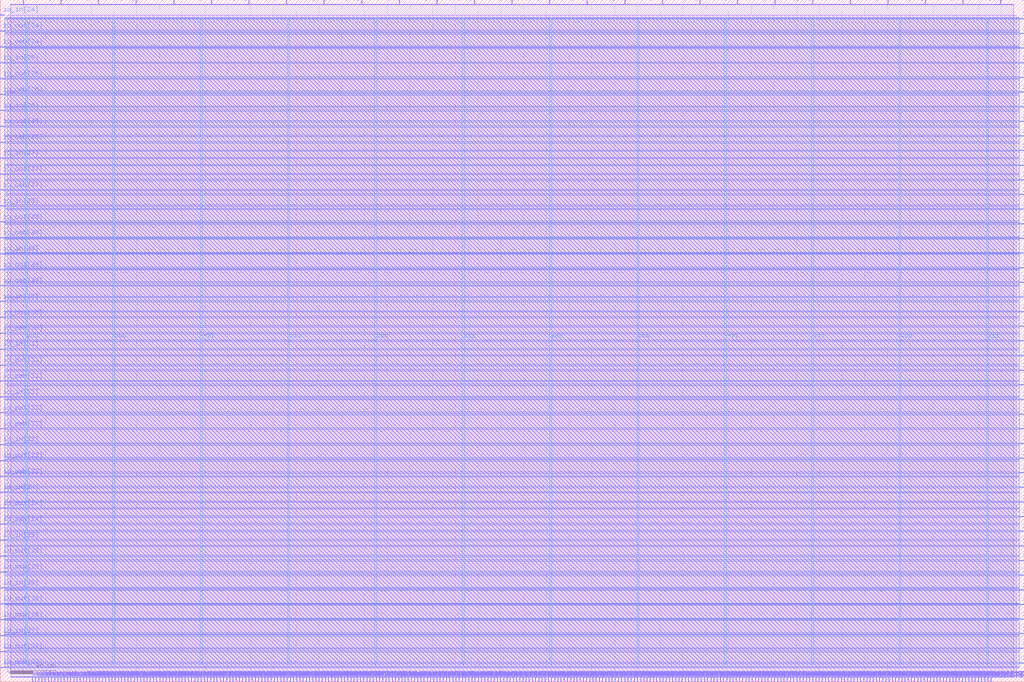
<source format=lef>
VERSION 5.7 ;
  NOWIREEXTENSIONATPIN ON ;
  DIVIDERCHAR "/" ;
  BUSBITCHARS "[]" ;
MACRO user_proj_example
  CLASS BLOCK ;
  FOREIGN user_proj_example ;
  ORIGIN 0.000 0.000 ;
  SIZE 900.000 BY 600.000 ;
  PIN io_in[0]
    DIRECTION INPUT ;
    USE SIGNAL ;
    PORT
      LAYER Metal3 ;
        RECT 896.000 16.240 900.000 16.800 ;
    END
  END io_in[0]
  PIN io_in[10]
    DIRECTION INPUT ;
    USE SIGNAL ;
    PORT
      LAYER Metal3 ;
        RECT 896.000 402.640 900.000 403.200 ;
    END
  END io_in[10]
  PIN io_in[11]
    DIRECTION INPUT ;
    USE SIGNAL ;
    PORT
      LAYER Metal3 ;
        RECT 896.000 441.280 900.000 441.840 ;
    END
  END io_in[11]
  PIN io_in[12]
    DIRECTION INPUT ;
    USE SIGNAL ;
    PORT
      LAYER Metal3 ;
        RECT 896.000 479.920 900.000 480.480 ;
    END
  END io_in[12]
  PIN io_in[13]
    DIRECTION INPUT ;
    USE SIGNAL ;
    PORT
      LAYER Metal3 ;
        RECT 896.000 518.560 900.000 519.120 ;
    END
  END io_in[13]
  PIN io_in[14]
    DIRECTION INPUT ;
    USE SIGNAL ;
    PORT
      LAYER Metal3 ;
        RECT 896.000 557.200 900.000 557.760 ;
    END
  END io_in[14]
  PIN io_in[15]
    DIRECTION INPUT ;
    USE SIGNAL ;
    PORT
      LAYER Metal2 ;
        RECT 879.200 596.000 879.760 600.000 ;
    END
  END io_in[15]
  PIN io_in[16]
    DIRECTION INPUT ;
    USE SIGNAL ;
    PORT
      LAYER Metal2 ;
        RECT 780.080 596.000 780.640 600.000 ;
    END
  END io_in[16]
  PIN io_in[17]
    DIRECTION INPUT ;
    USE SIGNAL ;
    PORT
      LAYER Metal2 ;
        RECT 680.960 596.000 681.520 600.000 ;
    END
  END io_in[17]
  PIN io_in[18]
    DIRECTION INPUT ;
    USE SIGNAL ;
    PORT
      LAYER Metal2 ;
        RECT 581.840 596.000 582.400 600.000 ;
    END
  END io_in[18]
  PIN io_in[19]
    DIRECTION INPUT ;
    USE SIGNAL ;
    PORT
      LAYER Metal2 ;
        RECT 482.720 596.000 483.280 600.000 ;
    END
  END io_in[19]
  PIN io_in[1]
    DIRECTION INPUT ;
    USE SIGNAL ;
    PORT
      LAYER Metal3 ;
        RECT 896.000 54.880 900.000 55.440 ;
    END
  END io_in[1]
  PIN io_in[20]
    DIRECTION INPUT ;
    USE SIGNAL ;
    PORT
      LAYER Metal2 ;
        RECT 383.600 596.000 384.160 600.000 ;
    END
  END io_in[20]
  PIN io_in[21]
    DIRECTION INPUT ;
    USE SIGNAL ;
    PORT
      LAYER Metal2 ;
        RECT 284.480 596.000 285.040 600.000 ;
    END
  END io_in[21]
  PIN io_in[22]
    DIRECTION INPUT ;
    USE SIGNAL ;
    PORT
      LAYER Metal2 ;
        RECT 185.360 596.000 185.920 600.000 ;
    END
  END io_in[22]
  PIN io_in[23]
    DIRECTION INPUT ;
    USE SIGNAL ;
    PORT
      LAYER Metal2 ;
        RECT 86.240 596.000 86.800 600.000 ;
    END
  END io_in[23]
  PIN io_in[24]
    DIRECTION INPUT ;
    USE SIGNAL ;
    PORT
      LAYER Metal3 ;
        RECT 0.000 586.320 4.000 586.880 ;
    END
  END io_in[24]
  PIN io_in[25]
    DIRECTION INPUT ;
    USE SIGNAL ;
    PORT
      LAYER Metal3 ;
        RECT 0.000 544.320 4.000 544.880 ;
    END
  END io_in[25]
  PIN io_in[26]
    DIRECTION INPUT ;
    USE SIGNAL ;
    PORT
      LAYER Metal3 ;
        RECT 0.000 502.320 4.000 502.880 ;
    END
  END io_in[26]
  PIN io_in[27]
    DIRECTION INPUT ;
    USE SIGNAL ;
    PORT
      LAYER Metal3 ;
        RECT 0.000 460.320 4.000 460.880 ;
    END
  END io_in[27]
  PIN io_in[28]
    DIRECTION INPUT ;
    USE SIGNAL ;
    PORT
      LAYER Metal3 ;
        RECT 0.000 418.320 4.000 418.880 ;
    END
  END io_in[28]
  PIN io_in[29]
    DIRECTION INPUT ;
    USE SIGNAL ;
    PORT
      LAYER Metal3 ;
        RECT 0.000 376.320 4.000 376.880 ;
    END
  END io_in[29]
  PIN io_in[2]
    DIRECTION INPUT ;
    USE SIGNAL ;
    PORT
      LAYER Metal3 ;
        RECT 896.000 93.520 900.000 94.080 ;
    END
  END io_in[2]
  PIN io_in[30]
    DIRECTION INPUT ;
    USE SIGNAL ;
    PORT
      LAYER Metal3 ;
        RECT 0.000 334.320 4.000 334.880 ;
    END
  END io_in[30]
  PIN io_in[31]
    DIRECTION INPUT ;
    USE SIGNAL ;
    PORT
      LAYER Metal3 ;
        RECT 0.000 292.320 4.000 292.880 ;
    END
  END io_in[31]
  PIN io_in[32]
    DIRECTION INPUT ;
    USE SIGNAL ;
    PORT
      LAYER Metal3 ;
        RECT 0.000 250.320 4.000 250.880 ;
    END
  END io_in[32]
  PIN io_in[33]
    DIRECTION INPUT ;
    USE SIGNAL ;
    PORT
      LAYER Metal3 ;
        RECT 0.000 208.320 4.000 208.880 ;
    END
  END io_in[33]
  PIN io_in[34]
    DIRECTION INPUT ;
    USE SIGNAL ;
    PORT
      LAYER Metal3 ;
        RECT 0.000 166.320 4.000 166.880 ;
    END
  END io_in[34]
  PIN io_in[35]
    DIRECTION INPUT ;
    USE SIGNAL ;
    PORT
      LAYER Metal3 ;
        RECT 0.000 124.320 4.000 124.880 ;
    END
  END io_in[35]
  PIN io_in[36]
    DIRECTION INPUT ;
    USE SIGNAL ;
    PORT
      LAYER Metal3 ;
        RECT 0.000 82.320 4.000 82.880 ;
    END
  END io_in[36]
  PIN io_in[37]
    DIRECTION INPUT ;
    USE SIGNAL ;
    PORT
      LAYER Metal3 ;
        RECT 0.000 40.320 4.000 40.880 ;
    END
  END io_in[37]
  PIN io_in[3]
    DIRECTION INPUT ;
    USE SIGNAL ;
    PORT
      LAYER Metal3 ;
        RECT 896.000 132.160 900.000 132.720 ;
    END
  END io_in[3]
  PIN io_in[4]
    DIRECTION INPUT ;
    USE SIGNAL ;
    PORT
      LAYER Metal3 ;
        RECT 896.000 170.800 900.000 171.360 ;
    END
  END io_in[4]
  PIN io_in[5]
    DIRECTION INPUT ;
    USE SIGNAL ;
    PORT
      LAYER Metal3 ;
        RECT 896.000 209.440 900.000 210.000 ;
    END
  END io_in[5]
  PIN io_in[6]
    DIRECTION INPUT ;
    USE SIGNAL ;
    PORT
      LAYER Metal3 ;
        RECT 896.000 248.080 900.000 248.640 ;
    END
  END io_in[6]
  PIN io_in[7]
    DIRECTION INPUT ;
    USE SIGNAL ;
    PORT
      LAYER Metal3 ;
        RECT 896.000 286.720 900.000 287.280 ;
    END
  END io_in[7]
  PIN io_in[8]
    DIRECTION INPUT ;
    USE SIGNAL ;
    PORT
      LAYER Metal3 ;
        RECT 896.000 325.360 900.000 325.920 ;
    END
  END io_in[8]
  PIN io_in[9]
    DIRECTION INPUT ;
    USE SIGNAL ;
    PORT
      LAYER Metal3 ;
        RECT 896.000 364.000 900.000 364.560 ;
    END
  END io_in[9]
  PIN io_oeb[0]
    DIRECTION OUTPUT TRISTATE ;
    USE SIGNAL ;
    PORT
      LAYER Metal3 ;
        RECT 896.000 42.000 900.000 42.560 ;
    END
  END io_oeb[0]
  PIN io_oeb[10]
    DIRECTION OUTPUT TRISTATE ;
    USE SIGNAL ;
    PORT
      LAYER Metal3 ;
        RECT 896.000 428.400 900.000 428.960 ;
    END
  END io_oeb[10]
  PIN io_oeb[11]
    DIRECTION OUTPUT TRISTATE ;
    USE SIGNAL ;
    PORT
      LAYER Metal3 ;
        RECT 896.000 467.040 900.000 467.600 ;
    END
  END io_oeb[11]
  PIN io_oeb[12]
    DIRECTION OUTPUT TRISTATE ;
    USE SIGNAL ;
    PORT
      LAYER Metal3 ;
        RECT 896.000 505.680 900.000 506.240 ;
    END
  END io_oeb[12]
  PIN io_oeb[13]
    DIRECTION OUTPUT TRISTATE ;
    USE SIGNAL ;
    PORT
      LAYER Metal3 ;
        RECT 896.000 544.320 900.000 544.880 ;
    END
  END io_oeb[13]
  PIN io_oeb[14]
    DIRECTION OUTPUT TRISTATE ;
    USE SIGNAL ;
    PORT
      LAYER Metal3 ;
        RECT 896.000 582.960 900.000 583.520 ;
    END
  END io_oeb[14]
  PIN io_oeb[15]
    DIRECTION OUTPUT TRISTATE ;
    USE SIGNAL ;
    PORT
      LAYER Metal2 ;
        RECT 813.120 596.000 813.680 600.000 ;
    END
  END io_oeb[15]
  PIN io_oeb[16]
    DIRECTION OUTPUT TRISTATE ;
    USE SIGNAL ;
    PORT
      LAYER Metal2 ;
        RECT 714.000 596.000 714.560 600.000 ;
    END
  END io_oeb[16]
  PIN io_oeb[17]
    DIRECTION OUTPUT TRISTATE ;
    USE SIGNAL ;
    PORT
      LAYER Metal2 ;
        RECT 614.880 596.000 615.440 600.000 ;
    END
  END io_oeb[17]
  PIN io_oeb[18]
    DIRECTION OUTPUT TRISTATE ;
    USE SIGNAL ;
    PORT
      LAYER Metal2 ;
        RECT 515.760 596.000 516.320 600.000 ;
    END
  END io_oeb[18]
  PIN io_oeb[19]
    DIRECTION OUTPUT TRISTATE ;
    USE SIGNAL ;
    PORT
      LAYER Metal2 ;
        RECT 416.640 596.000 417.200 600.000 ;
    END
  END io_oeb[19]
  PIN io_oeb[1]
    DIRECTION OUTPUT TRISTATE ;
    USE SIGNAL ;
    PORT
      LAYER Metal3 ;
        RECT 896.000 80.640 900.000 81.200 ;
    END
  END io_oeb[1]
  PIN io_oeb[20]
    DIRECTION OUTPUT TRISTATE ;
    USE SIGNAL ;
    PORT
      LAYER Metal2 ;
        RECT 317.520 596.000 318.080 600.000 ;
    END
  END io_oeb[20]
  PIN io_oeb[21]
    DIRECTION OUTPUT TRISTATE ;
    USE SIGNAL ;
    PORT
      LAYER Metal2 ;
        RECT 218.400 596.000 218.960 600.000 ;
    END
  END io_oeb[21]
  PIN io_oeb[22]
    DIRECTION OUTPUT TRISTATE ;
    USE SIGNAL ;
    PORT
      LAYER Metal2 ;
        RECT 119.280 596.000 119.840 600.000 ;
    END
  END io_oeb[22]
  PIN io_oeb[23]
    DIRECTION OUTPUT TRISTATE ;
    USE SIGNAL ;
    PORT
      LAYER Metal2 ;
        RECT 20.160 596.000 20.720 600.000 ;
    END
  END io_oeb[23]
  PIN io_oeb[24]
    DIRECTION OUTPUT TRISTATE ;
    USE SIGNAL ;
    PORT
      LAYER Metal3 ;
        RECT 0.000 558.320 4.000 558.880 ;
    END
  END io_oeb[24]
  PIN io_oeb[25]
    DIRECTION OUTPUT TRISTATE ;
    USE SIGNAL ;
    PORT
      LAYER Metal3 ;
        RECT 0.000 516.320 4.000 516.880 ;
    END
  END io_oeb[25]
  PIN io_oeb[26]
    DIRECTION OUTPUT TRISTATE ;
    USE SIGNAL ;
    PORT
      LAYER Metal3 ;
        RECT 0.000 474.320 4.000 474.880 ;
    END
  END io_oeb[26]
  PIN io_oeb[27]
    DIRECTION OUTPUT TRISTATE ;
    USE SIGNAL ;
    PORT
      LAYER Metal3 ;
        RECT 0.000 432.320 4.000 432.880 ;
    END
  END io_oeb[27]
  PIN io_oeb[28]
    DIRECTION OUTPUT TRISTATE ;
    USE SIGNAL ;
    PORT
      LAYER Metal3 ;
        RECT 0.000 390.320 4.000 390.880 ;
    END
  END io_oeb[28]
  PIN io_oeb[29]
    DIRECTION OUTPUT TRISTATE ;
    USE SIGNAL ;
    PORT
      LAYER Metal3 ;
        RECT 0.000 348.320 4.000 348.880 ;
    END
  END io_oeb[29]
  PIN io_oeb[2]
    DIRECTION OUTPUT TRISTATE ;
    USE SIGNAL ;
    PORT
      LAYER Metal3 ;
        RECT 896.000 119.280 900.000 119.840 ;
    END
  END io_oeb[2]
  PIN io_oeb[30]
    DIRECTION OUTPUT TRISTATE ;
    USE SIGNAL ;
    PORT
      LAYER Metal3 ;
        RECT 0.000 306.320 4.000 306.880 ;
    END
  END io_oeb[30]
  PIN io_oeb[31]
    DIRECTION OUTPUT TRISTATE ;
    USE SIGNAL ;
    PORT
      LAYER Metal3 ;
        RECT 0.000 264.320 4.000 264.880 ;
    END
  END io_oeb[31]
  PIN io_oeb[32]
    DIRECTION OUTPUT TRISTATE ;
    USE SIGNAL ;
    PORT
      LAYER Metal3 ;
        RECT 0.000 222.320 4.000 222.880 ;
    END
  END io_oeb[32]
  PIN io_oeb[33]
    DIRECTION OUTPUT TRISTATE ;
    USE SIGNAL ;
    PORT
      LAYER Metal3 ;
        RECT 0.000 180.320 4.000 180.880 ;
    END
  END io_oeb[33]
  PIN io_oeb[34]
    DIRECTION OUTPUT TRISTATE ;
    USE SIGNAL ;
    PORT
      LAYER Metal3 ;
        RECT 0.000 138.320 4.000 138.880 ;
    END
  END io_oeb[34]
  PIN io_oeb[35]
    DIRECTION OUTPUT TRISTATE ;
    USE SIGNAL ;
    PORT
      LAYER Metal3 ;
        RECT 0.000 96.320 4.000 96.880 ;
    END
  END io_oeb[35]
  PIN io_oeb[36]
    DIRECTION OUTPUT TRISTATE ;
    USE SIGNAL ;
    PORT
      LAYER Metal3 ;
        RECT 0.000 54.320 4.000 54.880 ;
    END
  END io_oeb[36]
  PIN io_oeb[37]
    DIRECTION OUTPUT TRISTATE ;
    USE SIGNAL ;
    PORT
      LAYER Metal3 ;
        RECT 0.000 12.320 4.000 12.880 ;
    END
  END io_oeb[37]
  PIN io_oeb[3]
    DIRECTION OUTPUT TRISTATE ;
    USE SIGNAL ;
    PORT
      LAYER Metal3 ;
        RECT 896.000 157.920 900.000 158.480 ;
    END
  END io_oeb[3]
  PIN io_oeb[4]
    DIRECTION OUTPUT TRISTATE ;
    USE SIGNAL ;
    PORT
      LAYER Metal3 ;
        RECT 896.000 196.560 900.000 197.120 ;
    END
  END io_oeb[4]
  PIN io_oeb[5]
    DIRECTION OUTPUT TRISTATE ;
    USE SIGNAL ;
    PORT
      LAYER Metal3 ;
        RECT 896.000 235.200 900.000 235.760 ;
    END
  END io_oeb[5]
  PIN io_oeb[6]
    DIRECTION OUTPUT TRISTATE ;
    USE SIGNAL ;
    PORT
      LAYER Metal3 ;
        RECT 896.000 273.840 900.000 274.400 ;
    END
  END io_oeb[6]
  PIN io_oeb[7]
    DIRECTION OUTPUT TRISTATE ;
    USE SIGNAL ;
    PORT
      LAYER Metal3 ;
        RECT 896.000 312.480 900.000 313.040 ;
    END
  END io_oeb[7]
  PIN io_oeb[8]
    DIRECTION OUTPUT TRISTATE ;
    USE SIGNAL ;
    PORT
      LAYER Metal3 ;
        RECT 896.000 351.120 900.000 351.680 ;
    END
  END io_oeb[8]
  PIN io_oeb[9]
    DIRECTION OUTPUT TRISTATE ;
    USE SIGNAL ;
    PORT
      LAYER Metal3 ;
        RECT 896.000 389.760 900.000 390.320 ;
    END
  END io_oeb[9]
  PIN io_out[0]
    DIRECTION OUTPUT TRISTATE ;
    USE SIGNAL ;
    PORT
      LAYER Metal3 ;
        RECT 896.000 29.120 900.000 29.680 ;
    END
  END io_out[0]
  PIN io_out[10]
    DIRECTION OUTPUT TRISTATE ;
    USE SIGNAL ;
    PORT
      LAYER Metal3 ;
        RECT 896.000 415.520 900.000 416.080 ;
    END
  END io_out[10]
  PIN io_out[11]
    DIRECTION OUTPUT TRISTATE ;
    USE SIGNAL ;
    PORT
      LAYER Metal3 ;
        RECT 896.000 454.160 900.000 454.720 ;
    END
  END io_out[11]
  PIN io_out[12]
    DIRECTION OUTPUT TRISTATE ;
    USE SIGNAL ;
    PORT
      LAYER Metal3 ;
        RECT 896.000 492.800 900.000 493.360 ;
    END
  END io_out[12]
  PIN io_out[13]
    DIRECTION OUTPUT TRISTATE ;
    USE SIGNAL ;
    PORT
      LAYER Metal3 ;
        RECT 896.000 531.440 900.000 532.000 ;
    END
  END io_out[13]
  PIN io_out[14]
    DIRECTION OUTPUT TRISTATE ;
    USE SIGNAL ;
    PORT
      LAYER Metal3 ;
        RECT 896.000 570.080 900.000 570.640 ;
    END
  END io_out[14]
  PIN io_out[15]
    DIRECTION OUTPUT TRISTATE ;
    USE SIGNAL ;
    PORT
      LAYER Metal2 ;
        RECT 846.160 596.000 846.720 600.000 ;
    END
  END io_out[15]
  PIN io_out[16]
    DIRECTION OUTPUT TRISTATE ;
    USE SIGNAL ;
    PORT
      LAYER Metal2 ;
        RECT 747.040 596.000 747.600 600.000 ;
    END
  END io_out[16]
  PIN io_out[17]
    DIRECTION OUTPUT TRISTATE ;
    USE SIGNAL ;
    PORT
      LAYER Metal2 ;
        RECT 647.920 596.000 648.480 600.000 ;
    END
  END io_out[17]
  PIN io_out[18]
    DIRECTION OUTPUT TRISTATE ;
    USE SIGNAL ;
    PORT
      LAYER Metal2 ;
        RECT 548.800 596.000 549.360 600.000 ;
    END
  END io_out[18]
  PIN io_out[19]
    DIRECTION OUTPUT TRISTATE ;
    USE SIGNAL ;
    PORT
      LAYER Metal2 ;
        RECT 449.680 596.000 450.240 600.000 ;
    END
  END io_out[19]
  PIN io_out[1]
    DIRECTION OUTPUT TRISTATE ;
    USE SIGNAL ;
    PORT
      LAYER Metal3 ;
        RECT 896.000 67.760 900.000 68.320 ;
    END
  END io_out[1]
  PIN io_out[20]
    DIRECTION OUTPUT TRISTATE ;
    USE SIGNAL ;
    PORT
      LAYER Metal2 ;
        RECT 350.560 596.000 351.120 600.000 ;
    END
  END io_out[20]
  PIN io_out[21]
    DIRECTION OUTPUT TRISTATE ;
    USE SIGNAL ;
    PORT
      LAYER Metal2 ;
        RECT 251.440 596.000 252.000 600.000 ;
    END
  END io_out[21]
  PIN io_out[22]
    DIRECTION OUTPUT TRISTATE ;
    USE SIGNAL ;
    PORT
      LAYER Metal2 ;
        RECT 152.320 596.000 152.880 600.000 ;
    END
  END io_out[22]
  PIN io_out[23]
    DIRECTION OUTPUT TRISTATE ;
    USE SIGNAL ;
    PORT
      LAYER Metal2 ;
        RECT 53.200 596.000 53.760 600.000 ;
    END
  END io_out[23]
  PIN io_out[24]
    DIRECTION OUTPUT TRISTATE ;
    USE SIGNAL ;
    PORT
      LAYER Metal3 ;
        RECT 0.000 572.320 4.000 572.880 ;
    END
  END io_out[24]
  PIN io_out[25]
    DIRECTION OUTPUT TRISTATE ;
    USE SIGNAL ;
    PORT
      LAYER Metal3 ;
        RECT 0.000 530.320 4.000 530.880 ;
    END
  END io_out[25]
  PIN io_out[26]
    DIRECTION OUTPUT TRISTATE ;
    USE SIGNAL ;
    PORT
      LAYER Metal3 ;
        RECT 0.000 488.320 4.000 488.880 ;
    END
  END io_out[26]
  PIN io_out[27]
    DIRECTION OUTPUT TRISTATE ;
    USE SIGNAL ;
    PORT
      LAYER Metal3 ;
        RECT 0.000 446.320 4.000 446.880 ;
    END
  END io_out[27]
  PIN io_out[28]
    DIRECTION OUTPUT TRISTATE ;
    USE SIGNAL ;
    PORT
      LAYER Metal3 ;
        RECT 0.000 404.320 4.000 404.880 ;
    END
  END io_out[28]
  PIN io_out[29]
    DIRECTION OUTPUT TRISTATE ;
    USE SIGNAL ;
    PORT
      LAYER Metal3 ;
        RECT 0.000 362.320 4.000 362.880 ;
    END
  END io_out[29]
  PIN io_out[2]
    DIRECTION OUTPUT TRISTATE ;
    USE SIGNAL ;
    PORT
      LAYER Metal3 ;
        RECT 896.000 106.400 900.000 106.960 ;
    END
  END io_out[2]
  PIN io_out[30]
    DIRECTION OUTPUT TRISTATE ;
    USE SIGNAL ;
    PORT
      LAYER Metal3 ;
        RECT 0.000 320.320 4.000 320.880 ;
    END
  END io_out[30]
  PIN io_out[31]
    DIRECTION OUTPUT TRISTATE ;
    USE SIGNAL ;
    PORT
      LAYER Metal3 ;
        RECT 0.000 278.320 4.000 278.880 ;
    END
  END io_out[31]
  PIN io_out[32]
    DIRECTION OUTPUT TRISTATE ;
    USE SIGNAL ;
    PORT
      LAYER Metal3 ;
        RECT 0.000 236.320 4.000 236.880 ;
    END
  END io_out[32]
  PIN io_out[33]
    DIRECTION OUTPUT TRISTATE ;
    USE SIGNAL ;
    PORT
      LAYER Metal3 ;
        RECT 0.000 194.320 4.000 194.880 ;
    END
  END io_out[33]
  PIN io_out[34]
    DIRECTION OUTPUT TRISTATE ;
    USE SIGNAL ;
    PORT
      LAYER Metal3 ;
        RECT 0.000 152.320 4.000 152.880 ;
    END
  END io_out[34]
  PIN io_out[35]
    DIRECTION OUTPUT TRISTATE ;
    USE SIGNAL ;
    PORT
      LAYER Metal3 ;
        RECT 0.000 110.320 4.000 110.880 ;
    END
  END io_out[35]
  PIN io_out[36]
    DIRECTION OUTPUT TRISTATE ;
    USE SIGNAL ;
    PORT
      LAYER Metal3 ;
        RECT 0.000 68.320 4.000 68.880 ;
    END
  END io_out[36]
  PIN io_out[37]
    DIRECTION OUTPUT TRISTATE ;
    USE SIGNAL ;
    PORT
      LAYER Metal3 ;
        RECT 0.000 26.320 4.000 26.880 ;
    END
  END io_out[37]
  PIN io_out[3]
    DIRECTION OUTPUT TRISTATE ;
    USE SIGNAL ;
    PORT
      LAYER Metal3 ;
        RECT 896.000 145.040 900.000 145.600 ;
    END
  END io_out[3]
  PIN io_out[4]
    DIRECTION OUTPUT TRISTATE ;
    USE SIGNAL ;
    PORT
      LAYER Metal3 ;
        RECT 896.000 183.680 900.000 184.240 ;
    END
  END io_out[4]
  PIN io_out[5]
    DIRECTION OUTPUT TRISTATE ;
    USE SIGNAL ;
    PORT
      LAYER Metal3 ;
        RECT 896.000 222.320 900.000 222.880 ;
    END
  END io_out[5]
  PIN io_out[6]
    DIRECTION OUTPUT TRISTATE ;
    USE SIGNAL ;
    PORT
      LAYER Metal3 ;
        RECT 896.000 260.960 900.000 261.520 ;
    END
  END io_out[6]
  PIN io_out[7]
    DIRECTION OUTPUT TRISTATE ;
    USE SIGNAL ;
    PORT
      LAYER Metal3 ;
        RECT 896.000 299.600 900.000 300.160 ;
    END
  END io_out[7]
  PIN io_out[8]
    DIRECTION OUTPUT TRISTATE ;
    USE SIGNAL ;
    PORT
      LAYER Metal3 ;
        RECT 896.000 338.240 900.000 338.800 ;
    END
  END io_out[8]
  PIN io_out[9]
    DIRECTION OUTPUT TRISTATE ;
    USE SIGNAL ;
    PORT
      LAYER Metal3 ;
        RECT 896.000 376.880 900.000 377.440 ;
    END
  END io_out[9]
  PIN la_data_in[0]
    DIRECTION INPUT ;
    USE SIGNAL ;
    PORT
      LAYER Metal2 ;
        RECT 324.800 0.000 325.360 4.000 ;
    END
  END la_data_in[0]
  PIN la_data_in[10]
    DIRECTION INPUT ;
    USE SIGNAL ;
    PORT
      LAYER Metal2 ;
        RECT 408.800 0.000 409.360 4.000 ;
    END
  END la_data_in[10]
  PIN la_data_in[11]
    DIRECTION INPUT ;
    USE SIGNAL ;
    PORT
      LAYER Metal2 ;
        RECT 417.200 0.000 417.760 4.000 ;
    END
  END la_data_in[11]
  PIN la_data_in[12]
    DIRECTION INPUT ;
    USE SIGNAL ;
    PORT
      LAYER Metal2 ;
        RECT 425.600 0.000 426.160 4.000 ;
    END
  END la_data_in[12]
  PIN la_data_in[13]
    DIRECTION INPUT ;
    USE SIGNAL ;
    PORT
      LAYER Metal2 ;
        RECT 434.000 0.000 434.560 4.000 ;
    END
  END la_data_in[13]
  PIN la_data_in[14]
    DIRECTION INPUT ;
    USE SIGNAL ;
    PORT
      LAYER Metal2 ;
        RECT 442.400 0.000 442.960 4.000 ;
    END
  END la_data_in[14]
  PIN la_data_in[15]
    DIRECTION INPUT ;
    USE SIGNAL ;
    PORT
      LAYER Metal2 ;
        RECT 450.800 0.000 451.360 4.000 ;
    END
  END la_data_in[15]
  PIN la_data_in[16]
    DIRECTION INPUT ;
    USE SIGNAL ;
    PORT
      LAYER Metal2 ;
        RECT 459.200 0.000 459.760 4.000 ;
    END
  END la_data_in[16]
  PIN la_data_in[17]
    DIRECTION INPUT ;
    USE SIGNAL ;
    PORT
      LAYER Metal2 ;
        RECT 467.600 0.000 468.160 4.000 ;
    END
  END la_data_in[17]
  PIN la_data_in[18]
    DIRECTION INPUT ;
    USE SIGNAL ;
    PORT
      LAYER Metal2 ;
        RECT 476.000 0.000 476.560 4.000 ;
    END
  END la_data_in[18]
  PIN la_data_in[19]
    DIRECTION INPUT ;
    USE SIGNAL ;
    PORT
      LAYER Metal2 ;
        RECT 484.400 0.000 484.960 4.000 ;
    END
  END la_data_in[19]
  PIN la_data_in[1]
    DIRECTION INPUT ;
    USE SIGNAL ;
    PORT
      LAYER Metal2 ;
        RECT 333.200 0.000 333.760 4.000 ;
    END
  END la_data_in[1]
  PIN la_data_in[20]
    DIRECTION INPUT ;
    USE SIGNAL ;
    PORT
      LAYER Metal2 ;
        RECT 492.800 0.000 493.360 4.000 ;
    END
  END la_data_in[20]
  PIN la_data_in[21]
    DIRECTION INPUT ;
    USE SIGNAL ;
    PORT
      LAYER Metal2 ;
        RECT 501.200 0.000 501.760 4.000 ;
    END
  END la_data_in[21]
  PIN la_data_in[22]
    DIRECTION INPUT ;
    USE SIGNAL ;
    PORT
      LAYER Metal2 ;
        RECT 509.600 0.000 510.160 4.000 ;
    END
  END la_data_in[22]
  PIN la_data_in[23]
    DIRECTION INPUT ;
    USE SIGNAL ;
    PORT
      LAYER Metal2 ;
        RECT 518.000 0.000 518.560 4.000 ;
    END
  END la_data_in[23]
  PIN la_data_in[24]
    DIRECTION INPUT ;
    USE SIGNAL ;
    PORT
      LAYER Metal2 ;
        RECT 526.400 0.000 526.960 4.000 ;
    END
  END la_data_in[24]
  PIN la_data_in[25]
    DIRECTION INPUT ;
    USE SIGNAL ;
    PORT
      LAYER Metal2 ;
        RECT 534.800 0.000 535.360 4.000 ;
    END
  END la_data_in[25]
  PIN la_data_in[26]
    DIRECTION INPUT ;
    USE SIGNAL ;
    PORT
      LAYER Metal2 ;
        RECT 543.200 0.000 543.760 4.000 ;
    END
  END la_data_in[26]
  PIN la_data_in[27]
    DIRECTION INPUT ;
    USE SIGNAL ;
    PORT
      LAYER Metal2 ;
        RECT 551.600 0.000 552.160 4.000 ;
    END
  END la_data_in[27]
  PIN la_data_in[28]
    DIRECTION INPUT ;
    USE SIGNAL ;
    PORT
      LAYER Metal2 ;
        RECT 560.000 0.000 560.560 4.000 ;
    END
  END la_data_in[28]
  PIN la_data_in[29]
    DIRECTION INPUT ;
    USE SIGNAL ;
    PORT
      LAYER Metal2 ;
        RECT 568.400 0.000 568.960 4.000 ;
    END
  END la_data_in[29]
  PIN la_data_in[2]
    DIRECTION INPUT ;
    USE SIGNAL ;
    PORT
      LAYER Metal2 ;
        RECT 341.600 0.000 342.160 4.000 ;
    END
  END la_data_in[2]
  PIN la_data_in[30]
    DIRECTION INPUT ;
    USE SIGNAL ;
    PORT
      LAYER Metal2 ;
        RECT 576.800 0.000 577.360 4.000 ;
    END
  END la_data_in[30]
  PIN la_data_in[31]
    DIRECTION INPUT ;
    USE SIGNAL ;
    PORT
      LAYER Metal2 ;
        RECT 585.200 0.000 585.760 4.000 ;
    END
  END la_data_in[31]
  PIN la_data_in[32]
    DIRECTION INPUT ;
    USE SIGNAL ;
    PORT
      LAYER Metal2 ;
        RECT 593.600 0.000 594.160 4.000 ;
    END
  END la_data_in[32]
  PIN la_data_in[33]
    DIRECTION INPUT ;
    USE SIGNAL ;
    PORT
      LAYER Metal2 ;
        RECT 602.000 0.000 602.560 4.000 ;
    END
  END la_data_in[33]
  PIN la_data_in[34]
    DIRECTION INPUT ;
    USE SIGNAL ;
    PORT
      LAYER Metal2 ;
        RECT 610.400 0.000 610.960 4.000 ;
    END
  END la_data_in[34]
  PIN la_data_in[35]
    DIRECTION INPUT ;
    USE SIGNAL ;
    PORT
      LAYER Metal2 ;
        RECT 618.800 0.000 619.360 4.000 ;
    END
  END la_data_in[35]
  PIN la_data_in[36]
    DIRECTION INPUT ;
    USE SIGNAL ;
    PORT
      LAYER Metal2 ;
        RECT 627.200 0.000 627.760 4.000 ;
    END
  END la_data_in[36]
  PIN la_data_in[37]
    DIRECTION INPUT ;
    USE SIGNAL ;
    PORT
      LAYER Metal2 ;
        RECT 635.600 0.000 636.160 4.000 ;
    END
  END la_data_in[37]
  PIN la_data_in[38]
    DIRECTION INPUT ;
    USE SIGNAL ;
    PORT
      LAYER Metal2 ;
        RECT 644.000 0.000 644.560 4.000 ;
    END
  END la_data_in[38]
  PIN la_data_in[39]
    DIRECTION INPUT ;
    USE SIGNAL ;
    PORT
      LAYER Metal2 ;
        RECT 652.400 0.000 652.960 4.000 ;
    END
  END la_data_in[39]
  PIN la_data_in[3]
    DIRECTION INPUT ;
    USE SIGNAL ;
    PORT
      LAYER Metal2 ;
        RECT 350.000 0.000 350.560 4.000 ;
    END
  END la_data_in[3]
  PIN la_data_in[40]
    DIRECTION INPUT ;
    USE SIGNAL ;
    PORT
      LAYER Metal2 ;
        RECT 660.800 0.000 661.360 4.000 ;
    END
  END la_data_in[40]
  PIN la_data_in[41]
    DIRECTION INPUT ;
    USE SIGNAL ;
    PORT
      LAYER Metal2 ;
        RECT 669.200 0.000 669.760 4.000 ;
    END
  END la_data_in[41]
  PIN la_data_in[42]
    DIRECTION INPUT ;
    USE SIGNAL ;
    PORT
      LAYER Metal2 ;
        RECT 677.600 0.000 678.160 4.000 ;
    END
  END la_data_in[42]
  PIN la_data_in[43]
    DIRECTION INPUT ;
    USE SIGNAL ;
    PORT
      LAYER Metal2 ;
        RECT 686.000 0.000 686.560 4.000 ;
    END
  END la_data_in[43]
  PIN la_data_in[44]
    DIRECTION INPUT ;
    USE SIGNAL ;
    PORT
      LAYER Metal2 ;
        RECT 694.400 0.000 694.960 4.000 ;
    END
  END la_data_in[44]
  PIN la_data_in[45]
    DIRECTION INPUT ;
    USE SIGNAL ;
    PORT
      LAYER Metal2 ;
        RECT 702.800 0.000 703.360 4.000 ;
    END
  END la_data_in[45]
  PIN la_data_in[46]
    DIRECTION INPUT ;
    USE SIGNAL ;
    PORT
      LAYER Metal2 ;
        RECT 711.200 0.000 711.760 4.000 ;
    END
  END la_data_in[46]
  PIN la_data_in[47]
    DIRECTION INPUT ;
    USE SIGNAL ;
    PORT
      LAYER Metal2 ;
        RECT 719.600 0.000 720.160 4.000 ;
    END
  END la_data_in[47]
  PIN la_data_in[48]
    DIRECTION INPUT ;
    USE SIGNAL ;
    PORT
      LAYER Metal2 ;
        RECT 728.000 0.000 728.560 4.000 ;
    END
  END la_data_in[48]
  PIN la_data_in[49]
    DIRECTION INPUT ;
    USE SIGNAL ;
    PORT
      LAYER Metal2 ;
        RECT 736.400 0.000 736.960 4.000 ;
    END
  END la_data_in[49]
  PIN la_data_in[4]
    DIRECTION INPUT ;
    USE SIGNAL ;
    PORT
      LAYER Metal2 ;
        RECT 358.400 0.000 358.960 4.000 ;
    END
  END la_data_in[4]
  PIN la_data_in[50]
    DIRECTION INPUT ;
    USE SIGNAL ;
    PORT
      LAYER Metal2 ;
        RECT 744.800 0.000 745.360 4.000 ;
    END
  END la_data_in[50]
  PIN la_data_in[51]
    DIRECTION INPUT ;
    USE SIGNAL ;
    PORT
      LAYER Metal2 ;
        RECT 753.200 0.000 753.760 4.000 ;
    END
  END la_data_in[51]
  PIN la_data_in[52]
    DIRECTION INPUT ;
    USE SIGNAL ;
    PORT
      LAYER Metal2 ;
        RECT 761.600 0.000 762.160 4.000 ;
    END
  END la_data_in[52]
  PIN la_data_in[53]
    DIRECTION INPUT ;
    USE SIGNAL ;
    PORT
      LAYER Metal2 ;
        RECT 770.000 0.000 770.560 4.000 ;
    END
  END la_data_in[53]
  PIN la_data_in[54]
    DIRECTION INPUT ;
    USE SIGNAL ;
    PORT
      LAYER Metal2 ;
        RECT 778.400 0.000 778.960 4.000 ;
    END
  END la_data_in[54]
  PIN la_data_in[55]
    DIRECTION INPUT ;
    USE SIGNAL ;
    PORT
      LAYER Metal2 ;
        RECT 786.800 0.000 787.360 4.000 ;
    END
  END la_data_in[55]
  PIN la_data_in[56]
    DIRECTION INPUT ;
    USE SIGNAL ;
    PORT
      LAYER Metal2 ;
        RECT 795.200 0.000 795.760 4.000 ;
    END
  END la_data_in[56]
  PIN la_data_in[57]
    DIRECTION INPUT ;
    USE SIGNAL ;
    PORT
      LAYER Metal2 ;
        RECT 803.600 0.000 804.160 4.000 ;
    END
  END la_data_in[57]
  PIN la_data_in[58]
    DIRECTION INPUT ;
    USE SIGNAL ;
    PORT
      LAYER Metal2 ;
        RECT 812.000 0.000 812.560 4.000 ;
    END
  END la_data_in[58]
  PIN la_data_in[59]
    DIRECTION INPUT ;
    USE SIGNAL ;
    PORT
      LAYER Metal2 ;
        RECT 820.400 0.000 820.960 4.000 ;
    END
  END la_data_in[59]
  PIN la_data_in[5]
    DIRECTION INPUT ;
    USE SIGNAL ;
    PORT
      LAYER Metal2 ;
        RECT 366.800 0.000 367.360 4.000 ;
    END
  END la_data_in[5]
  PIN la_data_in[60]
    DIRECTION INPUT ;
    USE SIGNAL ;
    PORT
      LAYER Metal2 ;
        RECT 828.800 0.000 829.360 4.000 ;
    END
  END la_data_in[60]
  PIN la_data_in[61]
    DIRECTION INPUT ;
    USE SIGNAL ;
    PORT
      LAYER Metal2 ;
        RECT 837.200 0.000 837.760 4.000 ;
    END
  END la_data_in[61]
  PIN la_data_in[62]
    DIRECTION INPUT ;
    USE SIGNAL ;
    PORT
      LAYER Metal2 ;
        RECT 845.600 0.000 846.160 4.000 ;
    END
  END la_data_in[62]
  PIN la_data_in[63]
    DIRECTION INPUT ;
    USE SIGNAL ;
    PORT
      LAYER Metal2 ;
        RECT 854.000 0.000 854.560 4.000 ;
    END
  END la_data_in[63]
  PIN la_data_in[6]
    DIRECTION INPUT ;
    USE SIGNAL ;
    PORT
      LAYER Metal2 ;
        RECT 375.200 0.000 375.760 4.000 ;
    END
  END la_data_in[6]
  PIN la_data_in[7]
    DIRECTION INPUT ;
    USE SIGNAL ;
    PORT
      LAYER Metal2 ;
        RECT 383.600 0.000 384.160 4.000 ;
    END
  END la_data_in[7]
  PIN la_data_in[8]
    DIRECTION INPUT ;
    USE SIGNAL ;
    PORT
      LAYER Metal2 ;
        RECT 392.000 0.000 392.560 4.000 ;
    END
  END la_data_in[8]
  PIN la_data_in[9]
    DIRECTION INPUT ;
    USE SIGNAL ;
    PORT
      LAYER Metal2 ;
        RECT 400.400 0.000 400.960 4.000 ;
    END
  END la_data_in[9]
  PIN la_data_out[0]
    DIRECTION OUTPUT TRISTATE ;
    USE SIGNAL ;
    PORT
      LAYER Metal2 ;
        RECT 327.600 0.000 328.160 4.000 ;
    END
  END la_data_out[0]
  PIN la_data_out[10]
    DIRECTION OUTPUT TRISTATE ;
    USE SIGNAL ;
    PORT
      LAYER Metal2 ;
        RECT 411.600 0.000 412.160 4.000 ;
    END
  END la_data_out[10]
  PIN la_data_out[11]
    DIRECTION OUTPUT TRISTATE ;
    USE SIGNAL ;
    PORT
      LAYER Metal2 ;
        RECT 420.000 0.000 420.560 4.000 ;
    END
  END la_data_out[11]
  PIN la_data_out[12]
    DIRECTION OUTPUT TRISTATE ;
    USE SIGNAL ;
    PORT
      LAYER Metal2 ;
        RECT 428.400 0.000 428.960 4.000 ;
    END
  END la_data_out[12]
  PIN la_data_out[13]
    DIRECTION OUTPUT TRISTATE ;
    USE SIGNAL ;
    PORT
      LAYER Metal2 ;
        RECT 436.800 0.000 437.360 4.000 ;
    END
  END la_data_out[13]
  PIN la_data_out[14]
    DIRECTION OUTPUT TRISTATE ;
    USE SIGNAL ;
    PORT
      LAYER Metal2 ;
        RECT 445.200 0.000 445.760 4.000 ;
    END
  END la_data_out[14]
  PIN la_data_out[15]
    DIRECTION OUTPUT TRISTATE ;
    USE SIGNAL ;
    PORT
      LAYER Metal2 ;
        RECT 453.600 0.000 454.160 4.000 ;
    END
  END la_data_out[15]
  PIN la_data_out[16]
    DIRECTION OUTPUT TRISTATE ;
    USE SIGNAL ;
    PORT
      LAYER Metal2 ;
        RECT 462.000 0.000 462.560 4.000 ;
    END
  END la_data_out[16]
  PIN la_data_out[17]
    DIRECTION OUTPUT TRISTATE ;
    USE SIGNAL ;
    PORT
      LAYER Metal2 ;
        RECT 470.400 0.000 470.960 4.000 ;
    END
  END la_data_out[17]
  PIN la_data_out[18]
    DIRECTION OUTPUT TRISTATE ;
    USE SIGNAL ;
    PORT
      LAYER Metal2 ;
        RECT 478.800 0.000 479.360 4.000 ;
    END
  END la_data_out[18]
  PIN la_data_out[19]
    DIRECTION OUTPUT TRISTATE ;
    USE SIGNAL ;
    PORT
      LAYER Metal2 ;
        RECT 487.200 0.000 487.760 4.000 ;
    END
  END la_data_out[19]
  PIN la_data_out[1]
    DIRECTION OUTPUT TRISTATE ;
    USE SIGNAL ;
    PORT
      LAYER Metal2 ;
        RECT 336.000 0.000 336.560 4.000 ;
    END
  END la_data_out[1]
  PIN la_data_out[20]
    DIRECTION OUTPUT TRISTATE ;
    USE SIGNAL ;
    PORT
      LAYER Metal2 ;
        RECT 495.600 0.000 496.160 4.000 ;
    END
  END la_data_out[20]
  PIN la_data_out[21]
    DIRECTION OUTPUT TRISTATE ;
    USE SIGNAL ;
    PORT
      LAYER Metal2 ;
        RECT 504.000 0.000 504.560 4.000 ;
    END
  END la_data_out[21]
  PIN la_data_out[22]
    DIRECTION OUTPUT TRISTATE ;
    USE SIGNAL ;
    PORT
      LAYER Metal2 ;
        RECT 512.400 0.000 512.960 4.000 ;
    END
  END la_data_out[22]
  PIN la_data_out[23]
    DIRECTION OUTPUT TRISTATE ;
    USE SIGNAL ;
    PORT
      LAYER Metal2 ;
        RECT 520.800 0.000 521.360 4.000 ;
    END
  END la_data_out[23]
  PIN la_data_out[24]
    DIRECTION OUTPUT TRISTATE ;
    USE SIGNAL ;
    PORT
      LAYER Metal2 ;
        RECT 529.200 0.000 529.760 4.000 ;
    END
  END la_data_out[24]
  PIN la_data_out[25]
    DIRECTION OUTPUT TRISTATE ;
    USE SIGNAL ;
    PORT
      LAYER Metal2 ;
        RECT 537.600 0.000 538.160 4.000 ;
    END
  END la_data_out[25]
  PIN la_data_out[26]
    DIRECTION OUTPUT TRISTATE ;
    USE SIGNAL ;
    PORT
      LAYER Metal2 ;
        RECT 546.000 0.000 546.560 4.000 ;
    END
  END la_data_out[26]
  PIN la_data_out[27]
    DIRECTION OUTPUT TRISTATE ;
    USE SIGNAL ;
    PORT
      LAYER Metal2 ;
        RECT 554.400 0.000 554.960 4.000 ;
    END
  END la_data_out[27]
  PIN la_data_out[28]
    DIRECTION OUTPUT TRISTATE ;
    USE SIGNAL ;
    PORT
      LAYER Metal2 ;
        RECT 562.800 0.000 563.360 4.000 ;
    END
  END la_data_out[28]
  PIN la_data_out[29]
    DIRECTION OUTPUT TRISTATE ;
    USE SIGNAL ;
    PORT
      LAYER Metal2 ;
        RECT 571.200 0.000 571.760 4.000 ;
    END
  END la_data_out[29]
  PIN la_data_out[2]
    DIRECTION OUTPUT TRISTATE ;
    USE SIGNAL ;
    PORT
      LAYER Metal2 ;
        RECT 344.400 0.000 344.960 4.000 ;
    END
  END la_data_out[2]
  PIN la_data_out[30]
    DIRECTION OUTPUT TRISTATE ;
    USE SIGNAL ;
    PORT
      LAYER Metal2 ;
        RECT 579.600 0.000 580.160 4.000 ;
    END
  END la_data_out[30]
  PIN la_data_out[31]
    DIRECTION OUTPUT TRISTATE ;
    USE SIGNAL ;
    PORT
      LAYER Metal2 ;
        RECT 588.000 0.000 588.560 4.000 ;
    END
  END la_data_out[31]
  PIN la_data_out[32]
    DIRECTION OUTPUT TRISTATE ;
    USE SIGNAL ;
    PORT
      LAYER Metal2 ;
        RECT 596.400 0.000 596.960 4.000 ;
    END
  END la_data_out[32]
  PIN la_data_out[33]
    DIRECTION OUTPUT TRISTATE ;
    USE SIGNAL ;
    PORT
      LAYER Metal2 ;
        RECT 604.800 0.000 605.360 4.000 ;
    END
  END la_data_out[33]
  PIN la_data_out[34]
    DIRECTION OUTPUT TRISTATE ;
    USE SIGNAL ;
    PORT
      LAYER Metal2 ;
        RECT 613.200 0.000 613.760 4.000 ;
    END
  END la_data_out[34]
  PIN la_data_out[35]
    DIRECTION OUTPUT TRISTATE ;
    USE SIGNAL ;
    PORT
      LAYER Metal2 ;
        RECT 621.600 0.000 622.160 4.000 ;
    END
  END la_data_out[35]
  PIN la_data_out[36]
    DIRECTION OUTPUT TRISTATE ;
    USE SIGNAL ;
    PORT
      LAYER Metal2 ;
        RECT 630.000 0.000 630.560 4.000 ;
    END
  END la_data_out[36]
  PIN la_data_out[37]
    DIRECTION OUTPUT TRISTATE ;
    USE SIGNAL ;
    PORT
      LAYER Metal2 ;
        RECT 638.400 0.000 638.960 4.000 ;
    END
  END la_data_out[37]
  PIN la_data_out[38]
    DIRECTION OUTPUT TRISTATE ;
    USE SIGNAL ;
    PORT
      LAYER Metal2 ;
        RECT 646.800 0.000 647.360 4.000 ;
    END
  END la_data_out[38]
  PIN la_data_out[39]
    DIRECTION OUTPUT TRISTATE ;
    USE SIGNAL ;
    PORT
      LAYER Metal2 ;
        RECT 655.200 0.000 655.760 4.000 ;
    END
  END la_data_out[39]
  PIN la_data_out[3]
    DIRECTION OUTPUT TRISTATE ;
    USE SIGNAL ;
    PORT
      LAYER Metal2 ;
        RECT 352.800 0.000 353.360 4.000 ;
    END
  END la_data_out[3]
  PIN la_data_out[40]
    DIRECTION OUTPUT TRISTATE ;
    USE SIGNAL ;
    PORT
      LAYER Metal2 ;
        RECT 663.600 0.000 664.160 4.000 ;
    END
  END la_data_out[40]
  PIN la_data_out[41]
    DIRECTION OUTPUT TRISTATE ;
    USE SIGNAL ;
    PORT
      LAYER Metal2 ;
        RECT 672.000 0.000 672.560 4.000 ;
    END
  END la_data_out[41]
  PIN la_data_out[42]
    DIRECTION OUTPUT TRISTATE ;
    USE SIGNAL ;
    PORT
      LAYER Metal2 ;
        RECT 680.400 0.000 680.960 4.000 ;
    END
  END la_data_out[42]
  PIN la_data_out[43]
    DIRECTION OUTPUT TRISTATE ;
    USE SIGNAL ;
    PORT
      LAYER Metal2 ;
        RECT 688.800 0.000 689.360 4.000 ;
    END
  END la_data_out[43]
  PIN la_data_out[44]
    DIRECTION OUTPUT TRISTATE ;
    USE SIGNAL ;
    PORT
      LAYER Metal2 ;
        RECT 697.200 0.000 697.760 4.000 ;
    END
  END la_data_out[44]
  PIN la_data_out[45]
    DIRECTION OUTPUT TRISTATE ;
    USE SIGNAL ;
    PORT
      LAYER Metal2 ;
        RECT 705.600 0.000 706.160 4.000 ;
    END
  END la_data_out[45]
  PIN la_data_out[46]
    DIRECTION OUTPUT TRISTATE ;
    USE SIGNAL ;
    PORT
      LAYER Metal2 ;
        RECT 714.000 0.000 714.560 4.000 ;
    END
  END la_data_out[46]
  PIN la_data_out[47]
    DIRECTION OUTPUT TRISTATE ;
    USE SIGNAL ;
    PORT
      LAYER Metal2 ;
        RECT 722.400 0.000 722.960 4.000 ;
    END
  END la_data_out[47]
  PIN la_data_out[48]
    DIRECTION OUTPUT TRISTATE ;
    USE SIGNAL ;
    PORT
      LAYER Metal2 ;
        RECT 730.800 0.000 731.360 4.000 ;
    END
  END la_data_out[48]
  PIN la_data_out[49]
    DIRECTION OUTPUT TRISTATE ;
    USE SIGNAL ;
    PORT
      LAYER Metal2 ;
        RECT 739.200 0.000 739.760 4.000 ;
    END
  END la_data_out[49]
  PIN la_data_out[4]
    DIRECTION OUTPUT TRISTATE ;
    USE SIGNAL ;
    PORT
      LAYER Metal2 ;
        RECT 361.200 0.000 361.760 4.000 ;
    END
  END la_data_out[4]
  PIN la_data_out[50]
    DIRECTION OUTPUT TRISTATE ;
    USE SIGNAL ;
    PORT
      LAYER Metal2 ;
        RECT 747.600 0.000 748.160 4.000 ;
    END
  END la_data_out[50]
  PIN la_data_out[51]
    DIRECTION OUTPUT TRISTATE ;
    USE SIGNAL ;
    PORT
      LAYER Metal2 ;
        RECT 756.000 0.000 756.560 4.000 ;
    END
  END la_data_out[51]
  PIN la_data_out[52]
    DIRECTION OUTPUT TRISTATE ;
    USE SIGNAL ;
    PORT
      LAYER Metal2 ;
        RECT 764.400 0.000 764.960 4.000 ;
    END
  END la_data_out[52]
  PIN la_data_out[53]
    DIRECTION OUTPUT TRISTATE ;
    USE SIGNAL ;
    PORT
      LAYER Metal2 ;
        RECT 772.800 0.000 773.360 4.000 ;
    END
  END la_data_out[53]
  PIN la_data_out[54]
    DIRECTION OUTPUT TRISTATE ;
    USE SIGNAL ;
    PORT
      LAYER Metal2 ;
        RECT 781.200 0.000 781.760 4.000 ;
    END
  END la_data_out[54]
  PIN la_data_out[55]
    DIRECTION OUTPUT TRISTATE ;
    USE SIGNAL ;
    PORT
      LAYER Metal2 ;
        RECT 789.600 0.000 790.160 4.000 ;
    END
  END la_data_out[55]
  PIN la_data_out[56]
    DIRECTION OUTPUT TRISTATE ;
    USE SIGNAL ;
    PORT
      LAYER Metal2 ;
        RECT 798.000 0.000 798.560 4.000 ;
    END
  END la_data_out[56]
  PIN la_data_out[57]
    DIRECTION OUTPUT TRISTATE ;
    USE SIGNAL ;
    PORT
      LAYER Metal2 ;
        RECT 806.400 0.000 806.960 4.000 ;
    END
  END la_data_out[57]
  PIN la_data_out[58]
    DIRECTION OUTPUT TRISTATE ;
    USE SIGNAL ;
    PORT
      LAYER Metal2 ;
        RECT 814.800 0.000 815.360 4.000 ;
    END
  END la_data_out[58]
  PIN la_data_out[59]
    DIRECTION OUTPUT TRISTATE ;
    USE SIGNAL ;
    PORT
      LAYER Metal2 ;
        RECT 823.200 0.000 823.760 4.000 ;
    END
  END la_data_out[59]
  PIN la_data_out[5]
    DIRECTION OUTPUT TRISTATE ;
    USE SIGNAL ;
    PORT
      LAYER Metal2 ;
        RECT 369.600 0.000 370.160 4.000 ;
    END
  END la_data_out[5]
  PIN la_data_out[60]
    DIRECTION OUTPUT TRISTATE ;
    USE SIGNAL ;
    PORT
      LAYER Metal2 ;
        RECT 831.600 0.000 832.160 4.000 ;
    END
  END la_data_out[60]
  PIN la_data_out[61]
    DIRECTION OUTPUT TRISTATE ;
    USE SIGNAL ;
    PORT
      LAYER Metal2 ;
        RECT 840.000 0.000 840.560 4.000 ;
    END
  END la_data_out[61]
  PIN la_data_out[62]
    DIRECTION OUTPUT TRISTATE ;
    USE SIGNAL ;
    PORT
      LAYER Metal2 ;
        RECT 848.400 0.000 848.960 4.000 ;
    END
  END la_data_out[62]
  PIN la_data_out[63]
    DIRECTION OUTPUT TRISTATE ;
    USE SIGNAL ;
    PORT
      LAYER Metal2 ;
        RECT 856.800 0.000 857.360 4.000 ;
    END
  END la_data_out[63]
  PIN la_data_out[6]
    DIRECTION OUTPUT TRISTATE ;
    USE SIGNAL ;
    PORT
      LAYER Metal2 ;
        RECT 378.000 0.000 378.560 4.000 ;
    END
  END la_data_out[6]
  PIN la_data_out[7]
    DIRECTION OUTPUT TRISTATE ;
    USE SIGNAL ;
    PORT
      LAYER Metal2 ;
        RECT 386.400 0.000 386.960 4.000 ;
    END
  END la_data_out[7]
  PIN la_data_out[8]
    DIRECTION OUTPUT TRISTATE ;
    USE SIGNAL ;
    PORT
      LAYER Metal2 ;
        RECT 394.800 0.000 395.360 4.000 ;
    END
  END la_data_out[8]
  PIN la_data_out[9]
    DIRECTION OUTPUT TRISTATE ;
    USE SIGNAL ;
    PORT
      LAYER Metal2 ;
        RECT 403.200 0.000 403.760 4.000 ;
    END
  END la_data_out[9]
  PIN la_oenb[0]
    DIRECTION INPUT ;
    USE SIGNAL ;
    PORT
      LAYER Metal2 ;
        RECT 330.400 0.000 330.960 4.000 ;
    END
  END la_oenb[0]
  PIN la_oenb[10]
    DIRECTION INPUT ;
    USE SIGNAL ;
    PORT
      LAYER Metal2 ;
        RECT 414.400 0.000 414.960 4.000 ;
    END
  END la_oenb[10]
  PIN la_oenb[11]
    DIRECTION INPUT ;
    USE SIGNAL ;
    PORT
      LAYER Metal2 ;
        RECT 422.800 0.000 423.360 4.000 ;
    END
  END la_oenb[11]
  PIN la_oenb[12]
    DIRECTION INPUT ;
    USE SIGNAL ;
    PORT
      LAYER Metal2 ;
        RECT 431.200 0.000 431.760 4.000 ;
    END
  END la_oenb[12]
  PIN la_oenb[13]
    DIRECTION INPUT ;
    USE SIGNAL ;
    PORT
      LAYER Metal2 ;
        RECT 439.600 0.000 440.160 4.000 ;
    END
  END la_oenb[13]
  PIN la_oenb[14]
    DIRECTION INPUT ;
    USE SIGNAL ;
    PORT
      LAYER Metal2 ;
        RECT 448.000 0.000 448.560 4.000 ;
    END
  END la_oenb[14]
  PIN la_oenb[15]
    DIRECTION INPUT ;
    USE SIGNAL ;
    PORT
      LAYER Metal2 ;
        RECT 456.400 0.000 456.960 4.000 ;
    END
  END la_oenb[15]
  PIN la_oenb[16]
    DIRECTION INPUT ;
    USE SIGNAL ;
    PORT
      LAYER Metal2 ;
        RECT 464.800 0.000 465.360 4.000 ;
    END
  END la_oenb[16]
  PIN la_oenb[17]
    DIRECTION INPUT ;
    USE SIGNAL ;
    PORT
      LAYER Metal2 ;
        RECT 473.200 0.000 473.760 4.000 ;
    END
  END la_oenb[17]
  PIN la_oenb[18]
    DIRECTION INPUT ;
    USE SIGNAL ;
    PORT
      LAYER Metal2 ;
        RECT 481.600 0.000 482.160 4.000 ;
    END
  END la_oenb[18]
  PIN la_oenb[19]
    DIRECTION INPUT ;
    USE SIGNAL ;
    PORT
      LAYER Metal2 ;
        RECT 490.000 0.000 490.560 4.000 ;
    END
  END la_oenb[19]
  PIN la_oenb[1]
    DIRECTION INPUT ;
    USE SIGNAL ;
    PORT
      LAYER Metal2 ;
        RECT 338.800 0.000 339.360 4.000 ;
    END
  END la_oenb[1]
  PIN la_oenb[20]
    DIRECTION INPUT ;
    USE SIGNAL ;
    PORT
      LAYER Metal2 ;
        RECT 498.400 0.000 498.960 4.000 ;
    END
  END la_oenb[20]
  PIN la_oenb[21]
    DIRECTION INPUT ;
    USE SIGNAL ;
    PORT
      LAYER Metal2 ;
        RECT 506.800 0.000 507.360 4.000 ;
    END
  END la_oenb[21]
  PIN la_oenb[22]
    DIRECTION INPUT ;
    USE SIGNAL ;
    PORT
      LAYER Metal2 ;
        RECT 515.200 0.000 515.760 4.000 ;
    END
  END la_oenb[22]
  PIN la_oenb[23]
    DIRECTION INPUT ;
    USE SIGNAL ;
    PORT
      LAYER Metal2 ;
        RECT 523.600 0.000 524.160 4.000 ;
    END
  END la_oenb[23]
  PIN la_oenb[24]
    DIRECTION INPUT ;
    USE SIGNAL ;
    PORT
      LAYER Metal2 ;
        RECT 532.000 0.000 532.560 4.000 ;
    END
  END la_oenb[24]
  PIN la_oenb[25]
    DIRECTION INPUT ;
    USE SIGNAL ;
    PORT
      LAYER Metal2 ;
        RECT 540.400 0.000 540.960 4.000 ;
    END
  END la_oenb[25]
  PIN la_oenb[26]
    DIRECTION INPUT ;
    USE SIGNAL ;
    PORT
      LAYER Metal2 ;
        RECT 548.800 0.000 549.360 4.000 ;
    END
  END la_oenb[26]
  PIN la_oenb[27]
    DIRECTION INPUT ;
    USE SIGNAL ;
    PORT
      LAYER Metal2 ;
        RECT 557.200 0.000 557.760 4.000 ;
    END
  END la_oenb[27]
  PIN la_oenb[28]
    DIRECTION INPUT ;
    USE SIGNAL ;
    PORT
      LAYER Metal2 ;
        RECT 565.600 0.000 566.160 4.000 ;
    END
  END la_oenb[28]
  PIN la_oenb[29]
    DIRECTION INPUT ;
    USE SIGNAL ;
    PORT
      LAYER Metal2 ;
        RECT 574.000 0.000 574.560 4.000 ;
    END
  END la_oenb[29]
  PIN la_oenb[2]
    DIRECTION INPUT ;
    USE SIGNAL ;
    PORT
      LAYER Metal2 ;
        RECT 347.200 0.000 347.760 4.000 ;
    END
  END la_oenb[2]
  PIN la_oenb[30]
    DIRECTION INPUT ;
    USE SIGNAL ;
    PORT
      LAYER Metal2 ;
        RECT 582.400 0.000 582.960 4.000 ;
    END
  END la_oenb[30]
  PIN la_oenb[31]
    DIRECTION INPUT ;
    USE SIGNAL ;
    PORT
      LAYER Metal2 ;
        RECT 590.800 0.000 591.360 4.000 ;
    END
  END la_oenb[31]
  PIN la_oenb[32]
    DIRECTION INPUT ;
    USE SIGNAL ;
    PORT
      LAYER Metal2 ;
        RECT 599.200 0.000 599.760 4.000 ;
    END
  END la_oenb[32]
  PIN la_oenb[33]
    DIRECTION INPUT ;
    USE SIGNAL ;
    PORT
      LAYER Metal2 ;
        RECT 607.600 0.000 608.160 4.000 ;
    END
  END la_oenb[33]
  PIN la_oenb[34]
    DIRECTION INPUT ;
    USE SIGNAL ;
    PORT
      LAYER Metal2 ;
        RECT 616.000 0.000 616.560 4.000 ;
    END
  END la_oenb[34]
  PIN la_oenb[35]
    DIRECTION INPUT ;
    USE SIGNAL ;
    PORT
      LAYER Metal2 ;
        RECT 624.400 0.000 624.960 4.000 ;
    END
  END la_oenb[35]
  PIN la_oenb[36]
    DIRECTION INPUT ;
    USE SIGNAL ;
    PORT
      LAYER Metal2 ;
        RECT 632.800 0.000 633.360 4.000 ;
    END
  END la_oenb[36]
  PIN la_oenb[37]
    DIRECTION INPUT ;
    USE SIGNAL ;
    PORT
      LAYER Metal2 ;
        RECT 641.200 0.000 641.760 4.000 ;
    END
  END la_oenb[37]
  PIN la_oenb[38]
    DIRECTION INPUT ;
    USE SIGNAL ;
    PORT
      LAYER Metal2 ;
        RECT 649.600 0.000 650.160 4.000 ;
    END
  END la_oenb[38]
  PIN la_oenb[39]
    DIRECTION INPUT ;
    USE SIGNAL ;
    PORT
      LAYER Metal2 ;
        RECT 658.000 0.000 658.560 4.000 ;
    END
  END la_oenb[39]
  PIN la_oenb[3]
    DIRECTION INPUT ;
    USE SIGNAL ;
    PORT
      LAYER Metal2 ;
        RECT 355.600 0.000 356.160 4.000 ;
    END
  END la_oenb[3]
  PIN la_oenb[40]
    DIRECTION INPUT ;
    USE SIGNAL ;
    PORT
      LAYER Metal2 ;
        RECT 666.400 0.000 666.960 4.000 ;
    END
  END la_oenb[40]
  PIN la_oenb[41]
    DIRECTION INPUT ;
    USE SIGNAL ;
    PORT
      LAYER Metal2 ;
        RECT 674.800 0.000 675.360 4.000 ;
    END
  END la_oenb[41]
  PIN la_oenb[42]
    DIRECTION INPUT ;
    USE SIGNAL ;
    PORT
      LAYER Metal2 ;
        RECT 683.200 0.000 683.760 4.000 ;
    END
  END la_oenb[42]
  PIN la_oenb[43]
    DIRECTION INPUT ;
    USE SIGNAL ;
    PORT
      LAYER Metal2 ;
        RECT 691.600 0.000 692.160 4.000 ;
    END
  END la_oenb[43]
  PIN la_oenb[44]
    DIRECTION INPUT ;
    USE SIGNAL ;
    PORT
      LAYER Metal2 ;
        RECT 700.000 0.000 700.560 4.000 ;
    END
  END la_oenb[44]
  PIN la_oenb[45]
    DIRECTION INPUT ;
    USE SIGNAL ;
    PORT
      LAYER Metal2 ;
        RECT 708.400 0.000 708.960 4.000 ;
    END
  END la_oenb[45]
  PIN la_oenb[46]
    DIRECTION INPUT ;
    USE SIGNAL ;
    PORT
      LAYER Metal2 ;
        RECT 716.800 0.000 717.360 4.000 ;
    END
  END la_oenb[46]
  PIN la_oenb[47]
    DIRECTION INPUT ;
    USE SIGNAL ;
    PORT
      LAYER Metal2 ;
        RECT 725.200 0.000 725.760 4.000 ;
    END
  END la_oenb[47]
  PIN la_oenb[48]
    DIRECTION INPUT ;
    USE SIGNAL ;
    PORT
      LAYER Metal2 ;
        RECT 733.600 0.000 734.160 4.000 ;
    END
  END la_oenb[48]
  PIN la_oenb[49]
    DIRECTION INPUT ;
    USE SIGNAL ;
    PORT
      LAYER Metal2 ;
        RECT 742.000 0.000 742.560 4.000 ;
    END
  END la_oenb[49]
  PIN la_oenb[4]
    DIRECTION INPUT ;
    USE SIGNAL ;
    PORT
      LAYER Metal2 ;
        RECT 364.000 0.000 364.560 4.000 ;
    END
  END la_oenb[4]
  PIN la_oenb[50]
    DIRECTION INPUT ;
    USE SIGNAL ;
    PORT
      LAYER Metal2 ;
        RECT 750.400 0.000 750.960 4.000 ;
    END
  END la_oenb[50]
  PIN la_oenb[51]
    DIRECTION INPUT ;
    USE SIGNAL ;
    PORT
      LAYER Metal2 ;
        RECT 758.800 0.000 759.360 4.000 ;
    END
  END la_oenb[51]
  PIN la_oenb[52]
    DIRECTION INPUT ;
    USE SIGNAL ;
    PORT
      LAYER Metal2 ;
        RECT 767.200 0.000 767.760 4.000 ;
    END
  END la_oenb[52]
  PIN la_oenb[53]
    DIRECTION INPUT ;
    USE SIGNAL ;
    PORT
      LAYER Metal2 ;
        RECT 775.600 0.000 776.160 4.000 ;
    END
  END la_oenb[53]
  PIN la_oenb[54]
    DIRECTION INPUT ;
    USE SIGNAL ;
    PORT
      LAYER Metal2 ;
        RECT 784.000 0.000 784.560 4.000 ;
    END
  END la_oenb[54]
  PIN la_oenb[55]
    DIRECTION INPUT ;
    USE SIGNAL ;
    PORT
      LAYER Metal2 ;
        RECT 792.400 0.000 792.960 4.000 ;
    END
  END la_oenb[55]
  PIN la_oenb[56]
    DIRECTION INPUT ;
    USE SIGNAL ;
    PORT
      LAYER Metal2 ;
        RECT 800.800 0.000 801.360 4.000 ;
    END
  END la_oenb[56]
  PIN la_oenb[57]
    DIRECTION INPUT ;
    USE SIGNAL ;
    PORT
      LAYER Metal2 ;
        RECT 809.200 0.000 809.760 4.000 ;
    END
  END la_oenb[57]
  PIN la_oenb[58]
    DIRECTION INPUT ;
    USE SIGNAL ;
    PORT
      LAYER Metal2 ;
        RECT 817.600 0.000 818.160 4.000 ;
    END
  END la_oenb[58]
  PIN la_oenb[59]
    DIRECTION INPUT ;
    USE SIGNAL ;
    PORT
      LAYER Metal2 ;
        RECT 826.000 0.000 826.560 4.000 ;
    END
  END la_oenb[59]
  PIN la_oenb[5]
    DIRECTION INPUT ;
    USE SIGNAL ;
    PORT
      LAYER Metal2 ;
        RECT 372.400 0.000 372.960 4.000 ;
    END
  END la_oenb[5]
  PIN la_oenb[60]
    DIRECTION INPUT ;
    USE SIGNAL ;
    PORT
      LAYER Metal2 ;
        RECT 834.400 0.000 834.960 4.000 ;
    END
  END la_oenb[60]
  PIN la_oenb[61]
    DIRECTION INPUT ;
    USE SIGNAL ;
    PORT
      LAYER Metal2 ;
        RECT 842.800 0.000 843.360 4.000 ;
    END
  END la_oenb[61]
  PIN la_oenb[62]
    DIRECTION INPUT ;
    USE SIGNAL ;
    PORT
      LAYER Metal2 ;
        RECT 851.200 0.000 851.760 4.000 ;
    END
  END la_oenb[62]
  PIN la_oenb[63]
    DIRECTION INPUT ;
    USE SIGNAL ;
    PORT
      LAYER Metal2 ;
        RECT 859.600 0.000 860.160 4.000 ;
    END
  END la_oenb[63]
  PIN la_oenb[6]
    DIRECTION INPUT ;
    USE SIGNAL ;
    PORT
      LAYER Metal2 ;
        RECT 380.800 0.000 381.360 4.000 ;
    END
  END la_oenb[6]
  PIN la_oenb[7]
    DIRECTION INPUT ;
    USE SIGNAL ;
    PORT
      LAYER Metal2 ;
        RECT 389.200 0.000 389.760 4.000 ;
    END
  END la_oenb[7]
  PIN la_oenb[8]
    DIRECTION INPUT ;
    USE SIGNAL ;
    PORT
      LAYER Metal2 ;
        RECT 397.600 0.000 398.160 4.000 ;
    END
  END la_oenb[8]
  PIN la_oenb[9]
    DIRECTION INPUT ;
    USE SIGNAL ;
    PORT
      LAYER Metal2 ;
        RECT 406.000 0.000 406.560 4.000 ;
    END
  END la_oenb[9]
  PIN user_clock2
    DIRECTION INPUT ;
    USE SIGNAL ;
    PORT
      LAYER Metal2 ;
        RECT 862.400 0.000 862.960 4.000 ;
    END
  END user_clock2
  PIN user_irq[0]
    DIRECTION OUTPUT TRISTATE ;
    USE SIGNAL ;
    PORT
      LAYER Metal2 ;
        RECT 865.200 0.000 865.760 4.000 ;
    END
  END user_irq[0]
  PIN user_irq[1]
    DIRECTION OUTPUT TRISTATE ;
    USE SIGNAL ;
    PORT
      LAYER Metal2 ;
        RECT 868.000 0.000 868.560 4.000 ;
    END
  END user_irq[1]
  PIN user_irq[2]
    DIRECTION OUTPUT TRISTATE ;
    USE SIGNAL ;
    PORT
      LAYER Metal2 ;
        RECT 870.800 0.000 871.360 4.000 ;
    END
  END user_irq[2]
  PIN vdd
    DIRECTION INOUT ;
    USE POWER ;
    PORT
      LAYER Metal4 ;
        RECT 22.240 15.380 23.840 584.380 ;
    END
    PORT
      LAYER Metal4 ;
        RECT 175.840 15.380 177.440 584.380 ;
    END
    PORT
      LAYER Metal4 ;
        RECT 329.440 15.380 331.040 584.380 ;
    END
    PORT
      LAYER Metal4 ;
        RECT 483.040 15.380 484.640 584.380 ;
    END
    PORT
      LAYER Metal4 ;
        RECT 636.640 15.380 638.240 584.380 ;
    END
    PORT
      LAYER Metal4 ;
        RECT 790.240 15.380 791.840 584.380 ;
    END
  END vdd
  PIN vss
    DIRECTION INOUT ;
    USE GROUND ;
    PORT
      LAYER Metal4 ;
        RECT 99.040 15.380 100.640 584.380 ;
    END
    PORT
      LAYER Metal4 ;
        RECT 252.640 15.380 254.240 584.380 ;
    END
    PORT
      LAYER Metal4 ;
        RECT 406.240 15.380 407.840 584.380 ;
    END
    PORT
      LAYER Metal4 ;
        RECT 559.840 15.380 561.440 584.380 ;
    END
    PORT
      LAYER Metal4 ;
        RECT 713.440 15.380 715.040 584.380 ;
    END
    PORT
      LAYER Metal4 ;
        RECT 867.040 15.380 868.640 584.380 ;
    END
  END vss
  PIN wb_clk_i
    DIRECTION INPUT ;
    USE SIGNAL ;
    PORT
      LAYER Metal2 ;
        RECT 28.000 0.000 28.560 4.000 ;
    END
  END wb_clk_i
  PIN wb_rst_i
    DIRECTION INPUT ;
    USE SIGNAL ;
    PORT
      LAYER Metal2 ;
        RECT 30.800 0.000 31.360 4.000 ;
    END
  END wb_rst_i
  PIN wbs_ack_o
    DIRECTION OUTPUT TRISTATE ;
    USE SIGNAL ;
    PORT
      LAYER Metal2 ;
        RECT 33.600 0.000 34.160 4.000 ;
    END
  END wbs_ack_o
  PIN wbs_adr_i[0]
    DIRECTION INPUT ;
    USE SIGNAL ;
    PORT
      LAYER Metal2 ;
        RECT 44.800 0.000 45.360 4.000 ;
    END
  END wbs_adr_i[0]
  PIN wbs_adr_i[10]
    DIRECTION INPUT ;
    USE SIGNAL ;
    PORT
      LAYER Metal2 ;
        RECT 140.000 0.000 140.560 4.000 ;
    END
  END wbs_adr_i[10]
  PIN wbs_adr_i[11]
    DIRECTION INPUT ;
    USE SIGNAL ;
    PORT
      LAYER Metal2 ;
        RECT 148.400 0.000 148.960 4.000 ;
    END
  END wbs_adr_i[11]
  PIN wbs_adr_i[12]
    DIRECTION INPUT ;
    USE SIGNAL ;
    PORT
      LAYER Metal2 ;
        RECT 156.800 0.000 157.360 4.000 ;
    END
  END wbs_adr_i[12]
  PIN wbs_adr_i[13]
    DIRECTION INPUT ;
    USE SIGNAL ;
    PORT
      LAYER Metal2 ;
        RECT 165.200 0.000 165.760 4.000 ;
    END
  END wbs_adr_i[13]
  PIN wbs_adr_i[14]
    DIRECTION INPUT ;
    USE SIGNAL ;
    PORT
      LAYER Metal2 ;
        RECT 173.600 0.000 174.160 4.000 ;
    END
  END wbs_adr_i[14]
  PIN wbs_adr_i[15]
    DIRECTION INPUT ;
    USE SIGNAL ;
    PORT
      LAYER Metal2 ;
        RECT 182.000 0.000 182.560 4.000 ;
    END
  END wbs_adr_i[15]
  PIN wbs_adr_i[16]
    DIRECTION INPUT ;
    USE SIGNAL ;
    PORT
      LAYER Metal2 ;
        RECT 190.400 0.000 190.960 4.000 ;
    END
  END wbs_adr_i[16]
  PIN wbs_adr_i[17]
    DIRECTION INPUT ;
    USE SIGNAL ;
    PORT
      LAYER Metal2 ;
        RECT 198.800 0.000 199.360 4.000 ;
    END
  END wbs_adr_i[17]
  PIN wbs_adr_i[18]
    DIRECTION INPUT ;
    USE SIGNAL ;
    PORT
      LAYER Metal2 ;
        RECT 207.200 0.000 207.760 4.000 ;
    END
  END wbs_adr_i[18]
  PIN wbs_adr_i[19]
    DIRECTION INPUT ;
    USE SIGNAL ;
    PORT
      LAYER Metal2 ;
        RECT 215.600 0.000 216.160 4.000 ;
    END
  END wbs_adr_i[19]
  PIN wbs_adr_i[1]
    DIRECTION INPUT ;
    USE SIGNAL ;
    PORT
      LAYER Metal2 ;
        RECT 56.000 0.000 56.560 4.000 ;
    END
  END wbs_adr_i[1]
  PIN wbs_adr_i[20]
    DIRECTION INPUT ;
    USE SIGNAL ;
    PORT
      LAYER Metal2 ;
        RECT 224.000 0.000 224.560 4.000 ;
    END
  END wbs_adr_i[20]
  PIN wbs_adr_i[21]
    DIRECTION INPUT ;
    USE SIGNAL ;
    PORT
      LAYER Metal2 ;
        RECT 232.400 0.000 232.960 4.000 ;
    END
  END wbs_adr_i[21]
  PIN wbs_adr_i[22]
    DIRECTION INPUT ;
    USE SIGNAL ;
    PORT
      LAYER Metal2 ;
        RECT 240.800 0.000 241.360 4.000 ;
    END
  END wbs_adr_i[22]
  PIN wbs_adr_i[23]
    DIRECTION INPUT ;
    USE SIGNAL ;
    PORT
      LAYER Metal2 ;
        RECT 249.200 0.000 249.760 4.000 ;
    END
  END wbs_adr_i[23]
  PIN wbs_adr_i[24]
    DIRECTION INPUT ;
    USE SIGNAL ;
    PORT
      LAYER Metal2 ;
        RECT 257.600 0.000 258.160 4.000 ;
    END
  END wbs_adr_i[24]
  PIN wbs_adr_i[25]
    DIRECTION INPUT ;
    USE SIGNAL ;
    PORT
      LAYER Metal2 ;
        RECT 266.000 0.000 266.560 4.000 ;
    END
  END wbs_adr_i[25]
  PIN wbs_adr_i[26]
    DIRECTION INPUT ;
    USE SIGNAL ;
    PORT
      LAYER Metal2 ;
        RECT 274.400 0.000 274.960 4.000 ;
    END
  END wbs_adr_i[26]
  PIN wbs_adr_i[27]
    DIRECTION INPUT ;
    USE SIGNAL ;
    PORT
      LAYER Metal2 ;
        RECT 282.800 0.000 283.360 4.000 ;
    END
  END wbs_adr_i[27]
  PIN wbs_adr_i[28]
    DIRECTION INPUT ;
    USE SIGNAL ;
    PORT
      LAYER Metal2 ;
        RECT 291.200 0.000 291.760 4.000 ;
    END
  END wbs_adr_i[28]
  PIN wbs_adr_i[29]
    DIRECTION INPUT ;
    USE SIGNAL ;
    PORT
      LAYER Metal2 ;
        RECT 299.600 0.000 300.160 4.000 ;
    END
  END wbs_adr_i[29]
  PIN wbs_adr_i[2]
    DIRECTION INPUT ;
    USE SIGNAL ;
    PORT
      LAYER Metal2 ;
        RECT 67.200 0.000 67.760 4.000 ;
    END
  END wbs_adr_i[2]
  PIN wbs_adr_i[30]
    DIRECTION INPUT ;
    USE SIGNAL ;
    PORT
      LAYER Metal2 ;
        RECT 308.000 0.000 308.560 4.000 ;
    END
  END wbs_adr_i[30]
  PIN wbs_adr_i[31]
    DIRECTION INPUT ;
    USE SIGNAL ;
    PORT
      LAYER Metal2 ;
        RECT 316.400 0.000 316.960 4.000 ;
    END
  END wbs_adr_i[31]
  PIN wbs_adr_i[3]
    DIRECTION INPUT ;
    USE SIGNAL ;
    PORT
      LAYER Metal2 ;
        RECT 78.400 0.000 78.960 4.000 ;
    END
  END wbs_adr_i[3]
  PIN wbs_adr_i[4]
    DIRECTION INPUT ;
    USE SIGNAL ;
    PORT
      LAYER Metal2 ;
        RECT 89.600 0.000 90.160 4.000 ;
    END
  END wbs_adr_i[4]
  PIN wbs_adr_i[5]
    DIRECTION INPUT ;
    USE SIGNAL ;
    PORT
      LAYER Metal2 ;
        RECT 98.000 0.000 98.560 4.000 ;
    END
  END wbs_adr_i[5]
  PIN wbs_adr_i[6]
    DIRECTION INPUT ;
    USE SIGNAL ;
    PORT
      LAYER Metal2 ;
        RECT 106.400 0.000 106.960 4.000 ;
    END
  END wbs_adr_i[6]
  PIN wbs_adr_i[7]
    DIRECTION INPUT ;
    USE SIGNAL ;
    PORT
      LAYER Metal2 ;
        RECT 114.800 0.000 115.360 4.000 ;
    END
  END wbs_adr_i[7]
  PIN wbs_adr_i[8]
    DIRECTION INPUT ;
    USE SIGNAL ;
    PORT
      LAYER Metal2 ;
        RECT 123.200 0.000 123.760 4.000 ;
    END
  END wbs_adr_i[8]
  PIN wbs_adr_i[9]
    DIRECTION INPUT ;
    USE SIGNAL ;
    PORT
      LAYER Metal2 ;
        RECT 131.600 0.000 132.160 4.000 ;
    END
  END wbs_adr_i[9]
  PIN wbs_cyc_i
    DIRECTION INPUT ;
    USE SIGNAL ;
    PORT
      LAYER Metal2 ;
        RECT 36.400 0.000 36.960 4.000 ;
    END
  END wbs_cyc_i
  PIN wbs_dat_i[0]
    DIRECTION INPUT ;
    USE SIGNAL ;
    PORT
      LAYER Metal2 ;
        RECT 47.600 0.000 48.160 4.000 ;
    END
  END wbs_dat_i[0]
  PIN wbs_dat_i[10]
    DIRECTION INPUT ;
    USE SIGNAL ;
    PORT
      LAYER Metal2 ;
        RECT 142.800 0.000 143.360 4.000 ;
    END
  END wbs_dat_i[10]
  PIN wbs_dat_i[11]
    DIRECTION INPUT ;
    USE SIGNAL ;
    PORT
      LAYER Metal2 ;
        RECT 151.200 0.000 151.760 4.000 ;
    END
  END wbs_dat_i[11]
  PIN wbs_dat_i[12]
    DIRECTION INPUT ;
    USE SIGNAL ;
    PORT
      LAYER Metal2 ;
        RECT 159.600 0.000 160.160 4.000 ;
    END
  END wbs_dat_i[12]
  PIN wbs_dat_i[13]
    DIRECTION INPUT ;
    USE SIGNAL ;
    PORT
      LAYER Metal2 ;
        RECT 168.000 0.000 168.560 4.000 ;
    END
  END wbs_dat_i[13]
  PIN wbs_dat_i[14]
    DIRECTION INPUT ;
    USE SIGNAL ;
    PORT
      LAYER Metal2 ;
        RECT 176.400 0.000 176.960 4.000 ;
    END
  END wbs_dat_i[14]
  PIN wbs_dat_i[15]
    DIRECTION INPUT ;
    USE SIGNAL ;
    PORT
      LAYER Metal2 ;
        RECT 184.800 0.000 185.360 4.000 ;
    END
  END wbs_dat_i[15]
  PIN wbs_dat_i[16]
    DIRECTION INPUT ;
    USE SIGNAL ;
    PORT
      LAYER Metal2 ;
        RECT 193.200 0.000 193.760 4.000 ;
    END
  END wbs_dat_i[16]
  PIN wbs_dat_i[17]
    DIRECTION INPUT ;
    USE SIGNAL ;
    PORT
      LAYER Metal2 ;
        RECT 201.600 0.000 202.160 4.000 ;
    END
  END wbs_dat_i[17]
  PIN wbs_dat_i[18]
    DIRECTION INPUT ;
    USE SIGNAL ;
    PORT
      LAYER Metal2 ;
        RECT 210.000 0.000 210.560 4.000 ;
    END
  END wbs_dat_i[18]
  PIN wbs_dat_i[19]
    DIRECTION INPUT ;
    USE SIGNAL ;
    PORT
      LAYER Metal2 ;
        RECT 218.400 0.000 218.960 4.000 ;
    END
  END wbs_dat_i[19]
  PIN wbs_dat_i[1]
    DIRECTION INPUT ;
    USE SIGNAL ;
    PORT
      LAYER Metal2 ;
        RECT 58.800 0.000 59.360 4.000 ;
    END
  END wbs_dat_i[1]
  PIN wbs_dat_i[20]
    DIRECTION INPUT ;
    USE SIGNAL ;
    PORT
      LAYER Metal2 ;
        RECT 226.800 0.000 227.360 4.000 ;
    END
  END wbs_dat_i[20]
  PIN wbs_dat_i[21]
    DIRECTION INPUT ;
    USE SIGNAL ;
    PORT
      LAYER Metal2 ;
        RECT 235.200 0.000 235.760 4.000 ;
    END
  END wbs_dat_i[21]
  PIN wbs_dat_i[22]
    DIRECTION INPUT ;
    USE SIGNAL ;
    PORT
      LAYER Metal2 ;
        RECT 243.600 0.000 244.160 4.000 ;
    END
  END wbs_dat_i[22]
  PIN wbs_dat_i[23]
    DIRECTION INPUT ;
    USE SIGNAL ;
    PORT
      LAYER Metal2 ;
        RECT 252.000 0.000 252.560 4.000 ;
    END
  END wbs_dat_i[23]
  PIN wbs_dat_i[24]
    DIRECTION INPUT ;
    USE SIGNAL ;
    PORT
      LAYER Metal2 ;
        RECT 260.400 0.000 260.960 4.000 ;
    END
  END wbs_dat_i[24]
  PIN wbs_dat_i[25]
    DIRECTION INPUT ;
    USE SIGNAL ;
    PORT
      LAYER Metal2 ;
        RECT 268.800 0.000 269.360 4.000 ;
    END
  END wbs_dat_i[25]
  PIN wbs_dat_i[26]
    DIRECTION INPUT ;
    USE SIGNAL ;
    PORT
      LAYER Metal2 ;
        RECT 277.200 0.000 277.760 4.000 ;
    END
  END wbs_dat_i[26]
  PIN wbs_dat_i[27]
    DIRECTION INPUT ;
    USE SIGNAL ;
    PORT
      LAYER Metal2 ;
        RECT 285.600 0.000 286.160 4.000 ;
    END
  END wbs_dat_i[27]
  PIN wbs_dat_i[28]
    DIRECTION INPUT ;
    USE SIGNAL ;
    PORT
      LAYER Metal2 ;
        RECT 294.000 0.000 294.560 4.000 ;
    END
  END wbs_dat_i[28]
  PIN wbs_dat_i[29]
    DIRECTION INPUT ;
    USE SIGNAL ;
    PORT
      LAYER Metal2 ;
        RECT 302.400 0.000 302.960 4.000 ;
    END
  END wbs_dat_i[29]
  PIN wbs_dat_i[2]
    DIRECTION INPUT ;
    USE SIGNAL ;
    PORT
      LAYER Metal2 ;
        RECT 70.000 0.000 70.560 4.000 ;
    END
  END wbs_dat_i[2]
  PIN wbs_dat_i[30]
    DIRECTION INPUT ;
    USE SIGNAL ;
    PORT
      LAYER Metal2 ;
        RECT 310.800 0.000 311.360 4.000 ;
    END
  END wbs_dat_i[30]
  PIN wbs_dat_i[31]
    DIRECTION INPUT ;
    USE SIGNAL ;
    PORT
      LAYER Metal2 ;
        RECT 319.200 0.000 319.760 4.000 ;
    END
  END wbs_dat_i[31]
  PIN wbs_dat_i[3]
    DIRECTION INPUT ;
    USE SIGNAL ;
    PORT
      LAYER Metal2 ;
        RECT 81.200 0.000 81.760 4.000 ;
    END
  END wbs_dat_i[3]
  PIN wbs_dat_i[4]
    DIRECTION INPUT ;
    USE SIGNAL ;
    PORT
      LAYER Metal2 ;
        RECT 92.400 0.000 92.960 4.000 ;
    END
  END wbs_dat_i[4]
  PIN wbs_dat_i[5]
    DIRECTION INPUT ;
    USE SIGNAL ;
    PORT
      LAYER Metal2 ;
        RECT 100.800 0.000 101.360 4.000 ;
    END
  END wbs_dat_i[5]
  PIN wbs_dat_i[6]
    DIRECTION INPUT ;
    USE SIGNAL ;
    PORT
      LAYER Metal2 ;
        RECT 109.200 0.000 109.760 4.000 ;
    END
  END wbs_dat_i[6]
  PIN wbs_dat_i[7]
    DIRECTION INPUT ;
    USE SIGNAL ;
    PORT
      LAYER Metal2 ;
        RECT 117.600 0.000 118.160 4.000 ;
    END
  END wbs_dat_i[7]
  PIN wbs_dat_i[8]
    DIRECTION INPUT ;
    USE SIGNAL ;
    PORT
      LAYER Metal2 ;
        RECT 126.000 0.000 126.560 4.000 ;
    END
  END wbs_dat_i[8]
  PIN wbs_dat_i[9]
    DIRECTION INPUT ;
    USE SIGNAL ;
    PORT
      LAYER Metal2 ;
        RECT 134.400 0.000 134.960 4.000 ;
    END
  END wbs_dat_i[9]
  PIN wbs_dat_o[0]
    DIRECTION OUTPUT TRISTATE ;
    USE SIGNAL ;
    PORT
      LAYER Metal2 ;
        RECT 50.400 0.000 50.960 4.000 ;
    END
  END wbs_dat_o[0]
  PIN wbs_dat_o[10]
    DIRECTION OUTPUT TRISTATE ;
    USE SIGNAL ;
    PORT
      LAYER Metal2 ;
        RECT 145.600 0.000 146.160 4.000 ;
    END
  END wbs_dat_o[10]
  PIN wbs_dat_o[11]
    DIRECTION OUTPUT TRISTATE ;
    USE SIGNAL ;
    PORT
      LAYER Metal2 ;
        RECT 154.000 0.000 154.560 4.000 ;
    END
  END wbs_dat_o[11]
  PIN wbs_dat_o[12]
    DIRECTION OUTPUT TRISTATE ;
    USE SIGNAL ;
    PORT
      LAYER Metal2 ;
        RECT 162.400 0.000 162.960 4.000 ;
    END
  END wbs_dat_o[12]
  PIN wbs_dat_o[13]
    DIRECTION OUTPUT TRISTATE ;
    USE SIGNAL ;
    PORT
      LAYER Metal2 ;
        RECT 170.800 0.000 171.360 4.000 ;
    END
  END wbs_dat_o[13]
  PIN wbs_dat_o[14]
    DIRECTION OUTPUT TRISTATE ;
    USE SIGNAL ;
    PORT
      LAYER Metal2 ;
        RECT 179.200 0.000 179.760 4.000 ;
    END
  END wbs_dat_o[14]
  PIN wbs_dat_o[15]
    DIRECTION OUTPUT TRISTATE ;
    USE SIGNAL ;
    PORT
      LAYER Metal2 ;
        RECT 187.600 0.000 188.160 4.000 ;
    END
  END wbs_dat_o[15]
  PIN wbs_dat_o[16]
    DIRECTION OUTPUT TRISTATE ;
    USE SIGNAL ;
    PORT
      LAYER Metal2 ;
        RECT 196.000 0.000 196.560 4.000 ;
    END
  END wbs_dat_o[16]
  PIN wbs_dat_o[17]
    DIRECTION OUTPUT TRISTATE ;
    USE SIGNAL ;
    PORT
      LAYER Metal2 ;
        RECT 204.400 0.000 204.960 4.000 ;
    END
  END wbs_dat_o[17]
  PIN wbs_dat_o[18]
    DIRECTION OUTPUT TRISTATE ;
    USE SIGNAL ;
    PORT
      LAYER Metal2 ;
        RECT 212.800 0.000 213.360 4.000 ;
    END
  END wbs_dat_o[18]
  PIN wbs_dat_o[19]
    DIRECTION OUTPUT TRISTATE ;
    USE SIGNAL ;
    PORT
      LAYER Metal2 ;
        RECT 221.200 0.000 221.760 4.000 ;
    END
  END wbs_dat_o[19]
  PIN wbs_dat_o[1]
    DIRECTION OUTPUT TRISTATE ;
    USE SIGNAL ;
    PORT
      LAYER Metal2 ;
        RECT 61.600 0.000 62.160 4.000 ;
    END
  END wbs_dat_o[1]
  PIN wbs_dat_o[20]
    DIRECTION OUTPUT TRISTATE ;
    USE SIGNAL ;
    PORT
      LAYER Metal2 ;
        RECT 229.600 0.000 230.160 4.000 ;
    END
  END wbs_dat_o[20]
  PIN wbs_dat_o[21]
    DIRECTION OUTPUT TRISTATE ;
    USE SIGNAL ;
    PORT
      LAYER Metal2 ;
        RECT 238.000 0.000 238.560 4.000 ;
    END
  END wbs_dat_o[21]
  PIN wbs_dat_o[22]
    DIRECTION OUTPUT TRISTATE ;
    USE SIGNAL ;
    PORT
      LAYER Metal2 ;
        RECT 246.400 0.000 246.960 4.000 ;
    END
  END wbs_dat_o[22]
  PIN wbs_dat_o[23]
    DIRECTION OUTPUT TRISTATE ;
    USE SIGNAL ;
    PORT
      LAYER Metal2 ;
        RECT 254.800 0.000 255.360 4.000 ;
    END
  END wbs_dat_o[23]
  PIN wbs_dat_o[24]
    DIRECTION OUTPUT TRISTATE ;
    USE SIGNAL ;
    PORT
      LAYER Metal2 ;
        RECT 263.200 0.000 263.760 4.000 ;
    END
  END wbs_dat_o[24]
  PIN wbs_dat_o[25]
    DIRECTION OUTPUT TRISTATE ;
    USE SIGNAL ;
    PORT
      LAYER Metal2 ;
        RECT 271.600 0.000 272.160 4.000 ;
    END
  END wbs_dat_o[25]
  PIN wbs_dat_o[26]
    DIRECTION OUTPUT TRISTATE ;
    USE SIGNAL ;
    PORT
      LAYER Metal2 ;
        RECT 280.000 0.000 280.560 4.000 ;
    END
  END wbs_dat_o[26]
  PIN wbs_dat_o[27]
    DIRECTION OUTPUT TRISTATE ;
    USE SIGNAL ;
    PORT
      LAYER Metal2 ;
        RECT 288.400 0.000 288.960 4.000 ;
    END
  END wbs_dat_o[27]
  PIN wbs_dat_o[28]
    DIRECTION OUTPUT TRISTATE ;
    USE SIGNAL ;
    PORT
      LAYER Metal2 ;
        RECT 296.800 0.000 297.360 4.000 ;
    END
  END wbs_dat_o[28]
  PIN wbs_dat_o[29]
    DIRECTION OUTPUT TRISTATE ;
    USE SIGNAL ;
    PORT
      LAYER Metal2 ;
        RECT 305.200 0.000 305.760 4.000 ;
    END
  END wbs_dat_o[29]
  PIN wbs_dat_o[2]
    DIRECTION OUTPUT TRISTATE ;
    USE SIGNAL ;
    PORT
      LAYER Metal2 ;
        RECT 72.800 0.000 73.360 4.000 ;
    END
  END wbs_dat_o[2]
  PIN wbs_dat_o[30]
    DIRECTION OUTPUT TRISTATE ;
    USE SIGNAL ;
    PORT
      LAYER Metal2 ;
        RECT 313.600 0.000 314.160 4.000 ;
    END
  END wbs_dat_o[30]
  PIN wbs_dat_o[31]
    DIRECTION OUTPUT TRISTATE ;
    USE SIGNAL ;
    PORT
      LAYER Metal2 ;
        RECT 322.000 0.000 322.560 4.000 ;
    END
  END wbs_dat_o[31]
  PIN wbs_dat_o[3]
    DIRECTION OUTPUT TRISTATE ;
    USE SIGNAL ;
    PORT
      LAYER Metal2 ;
        RECT 84.000 0.000 84.560 4.000 ;
    END
  END wbs_dat_o[3]
  PIN wbs_dat_o[4]
    DIRECTION OUTPUT TRISTATE ;
    USE SIGNAL ;
    PORT
      LAYER Metal2 ;
        RECT 95.200 0.000 95.760 4.000 ;
    END
  END wbs_dat_o[4]
  PIN wbs_dat_o[5]
    DIRECTION OUTPUT TRISTATE ;
    USE SIGNAL ;
    PORT
      LAYER Metal2 ;
        RECT 103.600 0.000 104.160 4.000 ;
    END
  END wbs_dat_o[5]
  PIN wbs_dat_o[6]
    DIRECTION OUTPUT TRISTATE ;
    USE SIGNAL ;
    PORT
      LAYER Metal2 ;
        RECT 112.000 0.000 112.560 4.000 ;
    END
  END wbs_dat_o[6]
  PIN wbs_dat_o[7]
    DIRECTION OUTPUT TRISTATE ;
    USE SIGNAL ;
    PORT
      LAYER Metal2 ;
        RECT 120.400 0.000 120.960 4.000 ;
    END
  END wbs_dat_o[7]
  PIN wbs_dat_o[8]
    DIRECTION OUTPUT TRISTATE ;
    USE SIGNAL ;
    PORT
      LAYER Metal2 ;
        RECT 128.800 0.000 129.360 4.000 ;
    END
  END wbs_dat_o[8]
  PIN wbs_dat_o[9]
    DIRECTION OUTPUT TRISTATE ;
    USE SIGNAL ;
    PORT
      LAYER Metal2 ;
        RECT 137.200 0.000 137.760 4.000 ;
    END
  END wbs_dat_o[9]
  PIN wbs_sel_i[0]
    DIRECTION INPUT ;
    USE SIGNAL ;
    PORT
      LAYER Metal2 ;
        RECT 53.200 0.000 53.760 4.000 ;
    END
  END wbs_sel_i[0]
  PIN wbs_sel_i[1]
    DIRECTION INPUT ;
    USE SIGNAL ;
    PORT
      LAYER Metal2 ;
        RECT 64.400 0.000 64.960 4.000 ;
    END
  END wbs_sel_i[1]
  PIN wbs_sel_i[2]
    DIRECTION INPUT ;
    USE SIGNAL ;
    PORT
      LAYER Metal2 ;
        RECT 75.600 0.000 76.160 4.000 ;
    END
  END wbs_sel_i[2]
  PIN wbs_sel_i[3]
    DIRECTION INPUT ;
    USE SIGNAL ;
    PORT
      LAYER Metal2 ;
        RECT 86.800 0.000 87.360 4.000 ;
    END
  END wbs_sel_i[3]
  PIN wbs_stb_i
    DIRECTION INPUT ;
    USE SIGNAL ;
    PORT
      LAYER Metal2 ;
        RECT 39.200 0.000 39.760 4.000 ;
    END
  END wbs_stb_i
  PIN wbs_we_i
    DIRECTION INPUT ;
    USE SIGNAL ;
    PORT
      LAYER Metal2 ;
        RECT 42.000 0.000 42.560 4.000 ;
    END
  END wbs_we_i
  OBS
      LAYER Metal1 ;
        RECT 6.720 8.550 893.200 586.170 ;
      LAYER Metal2 ;
        RECT 9.100 595.700 19.860 596.000 ;
        RECT 21.020 595.700 52.900 596.000 ;
        RECT 54.060 595.700 85.940 596.000 ;
        RECT 87.100 595.700 118.980 596.000 ;
        RECT 120.140 595.700 152.020 596.000 ;
        RECT 153.180 595.700 185.060 596.000 ;
        RECT 186.220 595.700 218.100 596.000 ;
        RECT 219.260 595.700 251.140 596.000 ;
        RECT 252.300 595.700 284.180 596.000 ;
        RECT 285.340 595.700 317.220 596.000 ;
        RECT 318.380 595.700 350.260 596.000 ;
        RECT 351.420 595.700 383.300 596.000 ;
        RECT 384.460 595.700 416.340 596.000 ;
        RECT 417.500 595.700 449.380 596.000 ;
        RECT 450.540 595.700 482.420 596.000 ;
        RECT 483.580 595.700 515.460 596.000 ;
        RECT 516.620 595.700 548.500 596.000 ;
        RECT 549.660 595.700 581.540 596.000 ;
        RECT 582.700 595.700 614.580 596.000 ;
        RECT 615.740 595.700 647.620 596.000 ;
        RECT 648.780 595.700 680.660 596.000 ;
        RECT 681.820 595.700 713.700 596.000 ;
        RECT 714.860 595.700 746.740 596.000 ;
        RECT 747.900 595.700 779.780 596.000 ;
        RECT 780.940 595.700 812.820 596.000 ;
        RECT 813.980 595.700 845.860 596.000 ;
        RECT 847.020 595.700 878.900 596.000 ;
        RECT 880.060 595.700 890.820 596.000 ;
        RECT 9.100 4.300 890.820 595.700 ;
        RECT 9.100 4.000 27.700 4.300 ;
        RECT 28.860 4.000 30.500 4.300 ;
        RECT 31.660 4.000 33.300 4.300 ;
        RECT 34.460 4.000 36.100 4.300 ;
        RECT 37.260 4.000 38.900 4.300 ;
        RECT 40.060 4.000 41.700 4.300 ;
        RECT 42.860 4.000 44.500 4.300 ;
        RECT 45.660 4.000 47.300 4.300 ;
        RECT 48.460 4.000 50.100 4.300 ;
        RECT 51.260 4.000 52.900 4.300 ;
        RECT 54.060 4.000 55.700 4.300 ;
        RECT 56.860 4.000 58.500 4.300 ;
        RECT 59.660 4.000 61.300 4.300 ;
        RECT 62.460 4.000 64.100 4.300 ;
        RECT 65.260 4.000 66.900 4.300 ;
        RECT 68.060 4.000 69.700 4.300 ;
        RECT 70.860 4.000 72.500 4.300 ;
        RECT 73.660 4.000 75.300 4.300 ;
        RECT 76.460 4.000 78.100 4.300 ;
        RECT 79.260 4.000 80.900 4.300 ;
        RECT 82.060 4.000 83.700 4.300 ;
        RECT 84.860 4.000 86.500 4.300 ;
        RECT 87.660 4.000 89.300 4.300 ;
        RECT 90.460 4.000 92.100 4.300 ;
        RECT 93.260 4.000 94.900 4.300 ;
        RECT 96.060 4.000 97.700 4.300 ;
        RECT 98.860 4.000 100.500 4.300 ;
        RECT 101.660 4.000 103.300 4.300 ;
        RECT 104.460 4.000 106.100 4.300 ;
        RECT 107.260 4.000 108.900 4.300 ;
        RECT 110.060 4.000 111.700 4.300 ;
        RECT 112.860 4.000 114.500 4.300 ;
        RECT 115.660 4.000 117.300 4.300 ;
        RECT 118.460 4.000 120.100 4.300 ;
        RECT 121.260 4.000 122.900 4.300 ;
        RECT 124.060 4.000 125.700 4.300 ;
        RECT 126.860 4.000 128.500 4.300 ;
        RECT 129.660 4.000 131.300 4.300 ;
        RECT 132.460 4.000 134.100 4.300 ;
        RECT 135.260 4.000 136.900 4.300 ;
        RECT 138.060 4.000 139.700 4.300 ;
        RECT 140.860 4.000 142.500 4.300 ;
        RECT 143.660 4.000 145.300 4.300 ;
        RECT 146.460 4.000 148.100 4.300 ;
        RECT 149.260 4.000 150.900 4.300 ;
        RECT 152.060 4.000 153.700 4.300 ;
        RECT 154.860 4.000 156.500 4.300 ;
        RECT 157.660 4.000 159.300 4.300 ;
        RECT 160.460 4.000 162.100 4.300 ;
        RECT 163.260 4.000 164.900 4.300 ;
        RECT 166.060 4.000 167.700 4.300 ;
        RECT 168.860 4.000 170.500 4.300 ;
        RECT 171.660 4.000 173.300 4.300 ;
        RECT 174.460 4.000 176.100 4.300 ;
        RECT 177.260 4.000 178.900 4.300 ;
        RECT 180.060 4.000 181.700 4.300 ;
        RECT 182.860 4.000 184.500 4.300 ;
        RECT 185.660 4.000 187.300 4.300 ;
        RECT 188.460 4.000 190.100 4.300 ;
        RECT 191.260 4.000 192.900 4.300 ;
        RECT 194.060 4.000 195.700 4.300 ;
        RECT 196.860 4.000 198.500 4.300 ;
        RECT 199.660 4.000 201.300 4.300 ;
        RECT 202.460 4.000 204.100 4.300 ;
        RECT 205.260 4.000 206.900 4.300 ;
        RECT 208.060 4.000 209.700 4.300 ;
        RECT 210.860 4.000 212.500 4.300 ;
        RECT 213.660 4.000 215.300 4.300 ;
        RECT 216.460 4.000 218.100 4.300 ;
        RECT 219.260 4.000 220.900 4.300 ;
        RECT 222.060 4.000 223.700 4.300 ;
        RECT 224.860 4.000 226.500 4.300 ;
        RECT 227.660 4.000 229.300 4.300 ;
        RECT 230.460 4.000 232.100 4.300 ;
        RECT 233.260 4.000 234.900 4.300 ;
        RECT 236.060 4.000 237.700 4.300 ;
        RECT 238.860 4.000 240.500 4.300 ;
        RECT 241.660 4.000 243.300 4.300 ;
        RECT 244.460 4.000 246.100 4.300 ;
        RECT 247.260 4.000 248.900 4.300 ;
        RECT 250.060 4.000 251.700 4.300 ;
        RECT 252.860 4.000 254.500 4.300 ;
        RECT 255.660 4.000 257.300 4.300 ;
        RECT 258.460 4.000 260.100 4.300 ;
        RECT 261.260 4.000 262.900 4.300 ;
        RECT 264.060 4.000 265.700 4.300 ;
        RECT 266.860 4.000 268.500 4.300 ;
        RECT 269.660 4.000 271.300 4.300 ;
        RECT 272.460 4.000 274.100 4.300 ;
        RECT 275.260 4.000 276.900 4.300 ;
        RECT 278.060 4.000 279.700 4.300 ;
        RECT 280.860 4.000 282.500 4.300 ;
        RECT 283.660 4.000 285.300 4.300 ;
        RECT 286.460 4.000 288.100 4.300 ;
        RECT 289.260 4.000 290.900 4.300 ;
        RECT 292.060 4.000 293.700 4.300 ;
        RECT 294.860 4.000 296.500 4.300 ;
        RECT 297.660 4.000 299.300 4.300 ;
        RECT 300.460 4.000 302.100 4.300 ;
        RECT 303.260 4.000 304.900 4.300 ;
        RECT 306.060 4.000 307.700 4.300 ;
        RECT 308.860 4.000 310.500 4.300 ;
        RECT 311.660 4.000 313.300 4.300 ;
        RECT 314.460 4.000 316.100 4.300 ;
        RECT 317.260 4.000 318.900 4.300 ;
        RECT 320.060 4.000 321.700 4.300 ;
        RECT 322.860 4.000 324.500 4.300 ;
        RECT 325.660 4.000 327.300 4.300 ;
        RECT 328.460 4.000 330.100 4.300 ;
        RECT 331.260 4.000 332.900 4.300 ;
        RECT 334.060 4.000 335.700 4.300 ;
        RECT 336.860 4.000 338.500 4.300 ;
        RECT 339.660 4.000 341.300 4.300 ;
        RECT 342.460 4.000 344.100 4.300 ;
        RECT 345.260 4.000 346.900 4.300 ;
        RECT 348.060 4.000 349.700 4.300 ;
        RECT 350.860 4.000 352.500 4.300 ;
        RECT 353.660 4.000 355.300 4.300 ;
        RECT 356.460 4.000 358.100 4.300 ;
        RECT 359.260 4.000 360.900 4.300 ;
        RECT 362.060 4.000 363.700 4.300 ;
        RECT 364.860 4.000 366.500 4.300 ;
        RECT 367.660 4.000 369.300 4.300 ;
        RECT 370.460 4.000 372.100 4.300 ;
        RECT 373.260 4.000 374.900 4.300 ;
        RECT 376.060 4.000 377.700 4.300 ;
        RECT 378.860 4.000 380.500 4.300 ;
        RECT 381.660 4.000 383.300 4.300 ;
        RECT 384.460 4.000 386.100 4.300 ;
        RECT 387.260 4.000 388.900 4.300 ;
        RECT 390.060 4.000 391.700 4.300 ;
        RECT 392.860 4.000 394.500 4.300 ;
        RECT 395.660 4.000 397.300 4.300 ;
        RECT 398.460 4.000 400.100 4.300 ;
        RECT 401.260 4.000 402.900 4.300 ;
        RECT 404.060 4.000 405.700 4.300 ;
        RECT 406.860 4.000 408.500 4.300 ;
        RECT 409.660 4.000 411.300 4.300 ;
        RECT 412.460 4.000 414.100 4.300 ;
        RECT 415.260 4.000 416.900 4.300 ;
        RECT 418.060 4.000 419.700 4.300 ;
        RECT 420.860 4.000 422.500 4.300 ;
        RECT 423.660 4.000 425.300 4.300 ;
        RECT 426.460 4.000 428.100 4.300 ;
        RECT 429.260 4.000 430.900 4.300 ;
        RECT 432.060 4.000 433.700 4.300 ;
        RECT 434.860 4.000 436.500 4.300 ;
        RECT 437.660 4.000 439.300 4.300 ;
        RECT 440.460 4.000 442.100 4.300 ;
        RECT 443.260 4.000 444.900 4.300 ;
        RECT 446.060 4.000 447.700 4.300 ;
        RECT 448.860 4.000 450.500 4.300 ;
        RECT 451.660 4.000 453.300 4.300 ;
        RECT 454.460 4.000 456.100 4.300 ;
        RECT 457.260 4.000 458.900 4.300 ;
        RECT 460.060 4.000 461.700 4.300 ;
        RECT 462.860 4.000 464.500 4.300 ;
        RECT 465.660 4.000 467.300 4.300 ;
        RECT 468.460 4.000 470.100 4.300 ;
        RECT 471.260 4.000 472.900 4.300 ;
        RECT 474.060 4.000 475.700 4.300 ;
        RECT 476.860 4.000 478.500 4.300 ;
        RECT 479.660 4.000 481.300 4.300 ;
        RECT 482.460 4.000 484.100 4.300 ;
        RECT 485.260 4.000 486.900 4.300 ;
        RECT 488.060 4.000 489.700 4.300 ;
        RECT 490.860 4.000 492.500 4.300 ;
        RECT 493.660 4.000 495.300 4.300 ;
        RECT 496.460 4.000 498.100 4.300 ;
        RECT 499.260 4.000 500.900 4.300 ;
        RECT 502.060 4.000 503.700 4.300 ;
        RECT 504.860 4.000 506.500 4.300 ;
        RECT 507.660 4.000 509.300 4.300 ;
        RECT 510.460 4.000 512.100 4.300 ;
        RECT 513.260 4.000 514.900 4.300 ;
        RECT 516.060 4.000 517.700 4.300 ;
        RECT 518.860 4.000 520.500 4.300 ;
        RECT 521.660 4.000 523.300 4.300 ;
        RECT 524.460 4.000 526.100 4.300 ;
        RECT 527.260 4.000 528.900 4.300 ;
        RECT 530.060 4.000 531.700 4.300 ;
        RECT 532.860 4.000 534.500 4.300 ;
        RECT 535.660 4.000 537.300 4.300 ;
        RECT 538.460 4.000 540.100 4.300 ;
        RECT 541.260 4.000 542.900 4.300 ;
        RECT 544.060 4.000 545.700 4.300 ;
        RECT 546.860 4.000 548.500 4.300 ;
        RECT 549.660 4.000 551.300 4.300 ;
        RECT 552.460 4.000 554.100 4.300 ;
        RECT 555.260 4.000 556.900 4.300 ;
        RECT 558.060 4.000 559.700 4.300 ;
        RECT 560.860 4.000 562.500 4.300 ;
        RECT 563.660 4.000 565.300 4.300 ;
        RECT 566.460 4.000 568.100 4.300 ;
        RECT 569.260 4.000 570.900 4.300 ;
        RECT 572.060 4.000 573.700 4.300 ;
        RECT 574.860 4.000 576.500 4.300 ;
        RECT 577.660 4.000 579.300 4.300 ;
        RECT 580.460 4.000 582.100 4.300 ;
        RECT 583.260 4.000 584.900 4.300 ;
        RECT 586.060 4.000 587.700 4.300 ;
        RECT 588.860 4.000 590.500 4.300 ;
        RECT 591.660 4.000 593.300 4.300 ;
        RECT 594.460 4.000 596.100 4.300 ;
        RECT 597.260 4.000 598.900 4.300 ;
        RECT 600.060 4.000 601.700 4.300 ;
        RECT 602.860 4.000 604.500 4.300 ;
        RECT 605.660 4.000 607.300 4.300 ;
        RECT 608.460 4.000 610.100 4.300 ;
        RECT 611.260 4.000 612.900 4.300 ;
        RECT 614.060 4.000 615.700 4.300 ;
        RECT 616.860 4.000 618.500 4.300 ;
        RECT 619.660 4.000 621.300 4.300 ;
        RECT 622.460 4.000 624.100 4.300 ;
        RECT 625.260 4.000 626.900 4.300 ;
        RECT 628.060 4.000 629.700 4.300 ;
        RECT 630.860 4.000 632.500 4.300 ;
        RECT 633.660 4.000 635.300 4.300 ;
        RECT 636.460 4.000 638.100 4.300 ;
        RECT 639.260 4.000 640.900 4.300 ;
        RECT 642.060 4.000 643.700 4.300 ;
        RECT 644.860 4.000 646.500 4.300 ;
        RECT 647.660 4.000 649.300 4.300 ;
        RECT 650.460 4.000 652.100 4.300 ;
        RECT 653.260 4.000 654.900 4.300 ;
        RECT 656.060 4.000 657.700 4.300 ;
        RECT 658.860 4.000 660.500 4.300 ;
        RECT 661.660 4.000 663.300 4.300 ;
        RECT 664.460 4.000 666.100 4.300 ;
        RECT 667.260 4.000 668.900 4.300 ;
        RECT 670.060 4.000 671.700 4.300 ;
        RECT 672.860 4.000 674.500 4.300 ;
        RECT 675.660 4.000 677.300 4.300 ;
        RECT 678.460 4.000 680.100 4.300 ;
        RECT 681.260 4.000 682.900 4.300 ;
        RECT 684.060 4.000 685.700 4.300 ;
        RECT 686.860 4.000 688.500 4.300 ;
        RECT 689.660 4.000 691.300 4.300 ;
        RECT 692.460 4.000 694.100 4.300 ;
        RECT 695.260 4.000 696.900 4.300 ;
        RECT 698.060 4.000 699.700 4.300 ;
        RECT 700.860 4.000 702.500 4.300 ;
        RECT 703.660 4.000 705.300 4.300 ;
        RECT 706.460 4.000 708.100 4.300 ;
        RECT 709.260 4.000 710.900 4.300 ;
        RECT 712.060 4.000 713.700 4.300 ;
        RECT 714.860 4.000 716.500 4.300 ;
        RECT 717.660 4.000 719.300 4.300 ;
        RECT 720.460 4.000 722.100 4.300 ;
        RECT 723.260 4.000 724.900 4.300 ;
        RECT 726.060 4.000 727.700 4.300 ;
        RECT 728.860 4.000 730.500 4.300 ;
        RECT 731.660 4.000 733.300 4.300 ;
        RECT 734.460 4.000 736.100 4.300 ;
        RECT 737.260 4.000 738.900 4.300 ;
        RECT 740.060 4.000 741.700 4.300 ;
        RECT 742.860 4.000 744.500 4.300 ;
        RECT 745.660 4.000 747.300 4.300 ;
        RECT 748.460 4.000 750.100 4.300 ;
        RECT 751.260 4.000 752.900 4.300 ;
        RECT 754.060 4.000 755.700 4.300 ;
        RECT 756.860 4.000 758.500 4.300 ;
        RECT 759.660 4.000 761.300 4.300 ;
        RECT 762.460 4.000 764.100 4.300 ;
        RECT 765.260 4.000 766.900 4.300 ;
        RECT 768.060 4.000 769.700 4.300 ;
        RECT 770.860 4.000 772.500 4.300 ;
        RECT 773.660 4.000 775.300 4.300 ;
        RECT 776.460 4.000 778.100 4.300 ;
        RECT 779.260 4.000 780.900 4.300 ;
        RECT 782.060 4.000 783.700 4.300 ;
        RECT 784.860 4.000 786.500 4.300 ;
        RECT 787.660 4.000 789.300 4.300 ;
        RECT 790.460 4.000 792.100 4.300 ;
        RECT 793.260 4.000 794.900 4.300 ;
        RECT 796.060 4.000 797.700 4.300 ;
        RECT 798.860 4.000 800.500 4.300 ;
        RECT 801.660 4.000 803.300 4.300 ;
        RECT 804.460 4.000 806.100 4.300 ;
        RECT 807.260 4.000 808.900 4.300 ;
        RECT 810.060 4.000 811.700 4.300 ;
        RECT 812.860 4.000 814.500 4.300 ;
        RECT 815.660 4.000 817.300 4.300 ;
        RECT 818.460 4.000 820.100 4.300 ;
        RECT 821.260 4.000 822.900 4.300 ;
        RECT 824.060 4.000 825.700 4.300 ;
        RECT 826.860 4.000 828.500 4.300 ;
        RECT 829.660 4.000 831.300 4.300 ;
        RECT 832.460 4.000 834.100 4.300 ;
        RECT 835.260 4.000 836.900 4.300 ;
        RECT 838.060 4.000 839.700 4.300 ;
        RECT 840.860 4.000 842.500 4.300 ;
        RECT 843.660 4.000 845.300 4.300 ;
        RECT 846.460 4.000 848.100 4.300 ;
        RECT 849.260 4.000 850.900 4.300 ;
        RECT 852.060 4.000 853.700 4.300 ;
        RECT 854.860 4.000 856.500 4.300 ;
        RECT 857.660 4.000 859.300 4.300 ;
        RECT 860.460 4.000 862.100 4.300 ;
        RECT 863.260 4.000 864.900 4.300 ;
        RECT 866.060 4.000 867.700 4.300 ;
        RECT 868.860 4.000 870.500 4.300 ;
        RECT 871.660 4.000 890.820 4.300 ;
      LAYER Metal3 ;
        RECT 4.000 583.820 896.000 584.220 ;
        RECT 4.000 582.660 895.700 583.820 ;
        RECT 4.000 573.180 896.000 582.660 ;
        RECT 4.300 572.020 896.000 573.180 ;
        RECT 4.000 570.940 896.000 572.020 ;
        RECT 4.000 569.780 895.700 570.940 ;
        RECT 4.000 559.180 896.000 569.780 ;
        RECT 4.300 558.060 896.000 559.180 ;
        RECT 4.300 558.020 895.700 558.060 ;
        RECT 4.000 556.900 895.700 558.020 ;
        RECT 4.000 545.180 896.000 556.900 ;
        RECT 4.300 544.020 895.700 545.180 ;
        RECT 4.000 532.300 896.000 544.020 ;
        RECT 4.000 531.180 895.700 532.300 ;
        RECT 4.300 531.140 895.700 531.180 ;
        RECT 4.300 530.020 896.000 531.140 ;
        RECT 4.000 519.420 896.000 530.020 ;
        RECT 4.000 518.260 895.700 519.420 ;
        RECT 4.000 517.180 896.000 518.260 ;
        RECT 4.300 516.020 896.000 517.180 ;
        RECT 4.000 506.540 896.000 516.020 ;
        RECT 4.000 505.380 895.700 506.540 ;
        RECT 4.000 503.180 896.000 505.380 ;
        RECT 4.300 502.020 896.000 503.180 ;
        RECT 4.000 493.660 896.000 502.020 ;
        RECT 4.000 492.500 895.700 493.660 ;
        RECT 4.000 489.180 896.000 492.500 ;
        RECT 4.300 488.020 896.000 489.180 ;
        RECT 4.000 480.780 896.000 488.020 ;
        RECT 4.000 479.620 895.700 480.780 ;
        RECT 4.000 475.180 896.000 479.620 ;
        RECT 4.300 474.020 896.000 475.180 ;
        RECT 4.000 467.900 896.000 474.020 ;
        RECT 4.000 466.740 895.700 467.900 ;
        RECT 4.000 461.180 896.000 466.740 ;
        RECT 4.300 460.020 896.000 461.180 ;
        RECT 4.000 455.020 896.000 460.020 ;
        RECT 4.000 453.860 895.700 455.020 ;
        RECT 4.000 447.180 896.000 453.860 ;
        RECT 4.300 446.020 896.000 447.180 ;
        RECT 4.000 442.140 896.000 446.020 ;
        RECT 4.000 440.980 895.700 442.140 ;
        RECT 4.000 433.180 896.000 440.980 ;
        RECT 4.300 432.020 896.000 433.180 ;
        RECT 4.000 429.260 896.000 432.020 ;
        RECT 4.000 428.100 895.700 429.260 ;
        RECT 4.000 419.180 896.000 428.100 ;
        RECT 4.300 418.020 896.000 419.180 ;
        RECT 4.000 416.380 896.000 418.020 ;
        RECT 4.000 415.220 895.700 416.380 ;
        RECT 4.000 405.180 896.000 415.220 ;
        RECT 4.300 404.020 896.000 405.180 ;
        RECT 4.000 403.500 896.000 404.020 ;
        RECT 4.000 402.340 895.700 403.500 ;
        RECT 4.000 391.180 896.000 402.340 ;
        RECT 4.300 390.620 896.000 391.180 ;
        RECT 4.300 390.020 895.700 390.620 ;
        RECT 4.000 389.460 895.700 390.020 ;
        RECT 4.000 377.740 896.000 389.460 ;
        RECT 4.000 377.180 895.700 377.740 ;
        RECT 4.300 376.580 895.700 377.180 ;
        RECT 4.300 376.020 896.000 376.580 ;
        RECT 4.000 364.860 896.000 376.020 ;
        RECT 4.000 363.700 895.700 364.860 ;
        RECT 4.000 363.180 896.000 363.700 ;
        RECT 4.300 362.020 896.000 363.180 ;
        RECT 4.000 351.980 896.000 362.020 ;
        RECT 4.000 350.820 895.700 351.980 ;
        RECT 4.000 349.180 896.000 350.820 ;
        RECT 4.300 348.020 896.000 349.180 ;
        RECT 4.000 339.100 896.000 348.020 ;
        RECT 4.000 337.940 895.700 339.100 ;
        RECT 4.000 335.180 896.000 337.940 ;
        RECT 4.300 334.020 896.000 335.180 ;
        RECT 4.000 326.220 896.000 334.020 ;
        RECT 4.000 325.060 895.700 326.220 ;
        RECT 4.000 321.180 896.000 325.060 ;
        RECT 4.300 320.020 896.000 321.180 ;
        RECT 4.000 313.340 896.000 320.020 ;
        RECT 4.000 312.180 895.700 313.340 ;
        RECT 4.000 307.180 896.000 312.180 ;
        RECT 4.300 306.020 896.000 307.180 ;
        RECT 4.000 300.460 896.000 306.020 ;
        RECT 4.000 299.300 895.700 300.460 ;
        RECT 4.000 293.180 896.000 299.300 ;
        RECT 4.300 292.020 896.000 293.180 ;
        RECT 4.000 287.580 896.000 292.020 ;
        RECT 4.000 286.420 895.700 287.580 ;
        RECT 4.000 279.180 896.000 286.420 ;
        RECT 4.300 278.020 896.000 279.180 ;
        RECT 4.000 274.700 896.000 278.020 ;
        RECT 4.000 273.540 895.700 274.700 ;
        RECT 4.000 265.180 896.000 273.540 ;
        RECT 4.300 264.020 896.000 265.180 ;
        RECT 4.000 261.820 896.000 264.020 ;
        RECT 4.000 260.660 895.700 261.820 ;
        RECT 4.000 251.180 896.000 260.660 ;
        RECT 4.300 250.020 896.000 251.180 ;
        RECT 4.000 248.940 896.000 250.020 ;
        RECT 4.000 247.780 895.700 248.940 ;
        RECT 4.000 237.180 896.000 247.780 ;
        RECT 4.300 236.060 896.000 237.180 ;
        RECT 4.300 236.020 895.700 236.060 ;
        RECT 4.000 234.900 895.700 236.020 ;
        RECT 4.000 223.180 896.000 234.900 ;
        RECT 4.300 222.020 895.700 223.180 ;
        RECT 4.000 210.300 896.000 222.020 ;
        RECT 4.000 209.180 895.700 210.300 ;
        RECT 4.300 209.140 895.700 209.180 ;
        RECT 4.300 208.020 896.000 209.140 ;
        RECT 4.000 197.420 896.000 208.020 ;
        RECT 4.000 196.260 895.700 197.420 ;
        RECT 4.000 195.180 896.000 196.260 ;
        RECT 4.300 194.020 896.000 195.180 ;
        RECT 4.000 184.540 896.000 194.020 ;
        RECT 4.000 183.380 895.700 184.540 ;
        RECT 4.000 181.180 896.000 183.380 ;
        RECT 4.300 180.020 896.000 181.180 ;
        RECT 4.000 171.660 896.000 180.020 ;
        RECT 4.000 170.500 895.700 171.660 ;
        RECT 4.000 167.180 896.000 170.500 ;
        RECT 4.300 166.020 896.000 167.180 ;
        RECT 4.000 158.780 896.000 166.020 ;
        RECT 4.000 157.620 895.700 158.780 ;
        RECT 4.000 153.180 896.000 157.620 ;
        RECT 4.300 152.020 896.000 153.180 ;
        RECT 4.000 145.900 896.000 152.020 ;
        RECT 4.000 144.740 895.700 145.900 ;
        RECT 4.000 139.180 896.000 144.740 ;
        RECT 4.300 138.020 896.000 139.180 ;
        RECT 4.000 133.020 896.000 138.020 ;
        RECT 4.000 131.860 895.700 133.020 ;
        RECT 4.000 125.180 896.000 131.860 ;
        RECT 4.300 124.020 896.000 125.180 ;
        RECT 4.000 120.140 896.000 124.020 ;
        RECT 4.000 118.980 895.700 120.140 ;
        RECT 4.000 111.180 896.000 118.980 ;
        RECT 4.300 110.020 896.000 111.180 ;
        RECT 4.000 107.260 896.000 110.020 ;
        RECT 4.000 106.100 895.700 107.260 ;
        RECT 4.000 97.180 896.000 106.100 ;
        RECT 4.300 96.020 896.000 97.180 ;
        RECT 4.000 94.380 896.000 96.020 ;
        RECT 4.000 93.220 895.700 94.380 ;
        RECT 4.000 83.180 896.000 93.220 ;
        RECT 4.300 82.020 896.000 83.180 ;
        RECT 4.000 81.500 896.000 82.020 ;
        RECT 4.000 80.340 895.700 81.500 ;
        RECT 4.000 69.180 896.000 80.340 ;
        RECT 4.300 68.620 896.000 69.180 ;
        RECT 4.300 68.020 895.700 68.620 ;
        RECT 4.000 67.460 895.700 68.020 ;
        RECT 4.000 55.740 896.000 67.460 ;
        RECT 4.000 55.180 895.700 55.740 ;
        RECT 4.300 54.580 895.700 55.180 ;
        RECT 4.300 54.020 896.000 54.580 ;
        RECT 4.000 42.860 896.000 54.020 ;
        RECT 4.000 41.700 895.700 42.860 ;
        RECT 4.000 41.180 896.000 41.700 ;
        RECT 4.300 40.020 896.000 41.180 ;
        RECT 4.000 29.980 896.000 40.020 ;
        RECT 4.000 28.820 895.700 29.980 ;
        RECT 4.000 27.180 896.000 28.820 ;
        RECT 4.300 26.020 896.000 27.180 ;
        RECT 4.000 17.100 896.000 26.020 ;
        RECT 4.000 15.940 895.700 17.100 ;
        RECT 4.000 13.180 896.000 15.940 ;
        RECT 4.300 12.460 896.000 13.180 ;
  END
END user_proj_example
END LIBRARY


</source>
